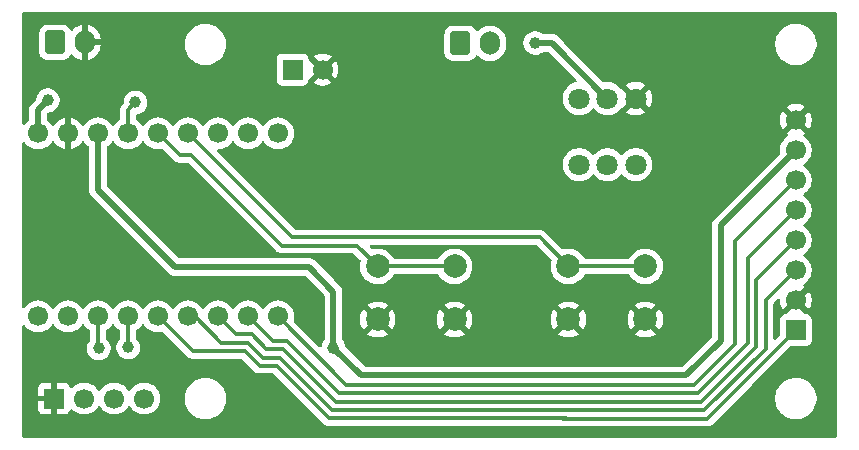
<source format=gbr>
%TF.GenerationSoftware,KiCad,Pcbnew,9.0.6*%
%TF.CreationDate,2026-01-23T02:05:32+03:00*%
%TF.ProjectId,control_panel,636f6e74-726f-46c5-9f70-616e656c2e6b,rev?*%
%TF.SameCoordinates,Original*%
%TF.FileFunction,Copper,L2,Bot*%
%TF.FilePolarity,Positive*%
%FSLAX46Y46*%
G04 Gerber Fmt 4.6, Leading zero omitted, Abs format (unit mm)*
G04 Created by KiCad (PCBNEW 9.0.6) date 2026-01-23 02:05:32*
%MOMM*%
%LPD*%
G01*
G04 APERTURE LIST*
G04 Aperture macros list*
%AMRoundRect*
0 Rectangle with rounded corners*
0 $1 Rounding radius*
0 $2 $3 $4 $5 $6 $7 $8 $9 X,Y pos of 4 corners*
0 Add a 4 corners polygon primitive as box body*
4,1,4,$2,$3,$4,$5,$6,$7,$8,$9,$2,$3,0*
0 Add four circle primitives for the rounded corners*
1,1,$1+$1,$2,$3*
1,1,$1+$1,$4,$5*
1,1,$1+$1,$6,$7*
1,1,$1+$1,$8,$9*
0 Add four rect primitives between the rounded corners*
20,1,$1+$1,$2,$3,$4,$5,0*
20,1,$1+$1,$4,$5,$6,$7,0*
20,1,$1+$1,$6,$7,$8,$9,0*
20,1,$1+$1,$8,$9,$2,$3,0*%
G04 Aperture macros list end*
%TA.AperFunction,ComponentPad*%
%ADD10C,1.700000*%
%TD*%
%TA.AperFunction,ComponentPad*%
%ADD11O,1.700000X2.000000*%
%TD*%
%TA.AperFunction,ComponentPad*%
%ADD12RoundRect,0.250000X-0.600000X-0.750000X0.600000X-0.750000X0.600000X0.750000X-0.600000X0.750000X0*%
%TD*%
%TA.AperFunction,ComponentPad*%
%ADD13C,2.000000*%
%TD*%
%TA.AperFunction,ComponentPad*%
%ADD14C,1.800000*%
%TD*%
%TA.AperFunction,ComponentPad*%
%ADD15R,1.700000X1.700000*%
%TD*%
%TA.AperFunction,ViaPad*%
%ADD16C,1.000000*%
%TD*%
%TA.AperFunction,Conductor*%
%ADD17C,0.500000*%
%TD*%
%TA.AperFunction,Conductor*%
%ADD18C,0.300000*%
%TD*%
G04 APERTURE END LIST*
D10*
%TO.P,ESPMC1,TX,TX*%
%TO.N,unconnected-(ESPMC1-PadTX)*%
X51835000Y-76250000D03*
%TO.P,ESPMC1,RX,RX*%
%TO.N,unconnected-(ESPMC1-PadRX)*%
X54375000Y-76250000D03*
%TO.P,ESPMC1,GND,GND*%
%TO.N,GND*%
X54375000Y-60750000D03*
%TO.P,ESPMC1,13,GP13*%
%TO.N,/BUZZER*%
X59455000Y-60750000D03*
%TO.P,ESPMC1,12,GP12*%
%TO.N,/CNCL_RSET*%
X61995000Y-60750000D03*
%TO.P,ESPMC1,11,GP11*%
%TO.N,/RESERVED*%
X64535000Y-60750000D03*
%TO.P,ESPMC1,10,GP10*%
%TO.N,/WH_DIR2*%
X67075000Y-60750000D03*
%TO.P,ESPMC1,9,GP9*%
%TO.N,/WH_SW*%
X69615000Y-60750000D03*
%TO.P,ESPMC1,8,GP8*%
%TO.N,/WH_DIR1*%
X72155000Y-60750000D03*
%TO.P,ESPMC1,7,GP7*%
%TO.N,/LCD_SCL*%
X72155000Y-76250000D03*
%TO.P,ESPMC1,6,GP6*%
%TO.N,/LCD_SDA*%
X69615000Y-76250000D03*
%TO.P,ESPMC1,5V,5V*%
%TO.N,/+5V*%
X51835000Y-60750000D03*
%TO.P,ESPMC1,5,GP5*%
%TO.N,/LCD_RST*%
X67075000Y-76250000D03*
%TO.P,ESPMC1,4,GP4*%
%TO.N,/LCD_DC*%
X64535000Y-76250000D03*
%TO.P,ESPMC1,3V3,3V3(OUT)*%
%TO.N,/3V3+*%
X56915000Y-60750000D03*
%TO.P,ESPMC1,3,GP3*%
%TO.N,/LCD_BL*%
X61995000Y-76250000D03*
%TO.P,ESPMC1,2,GP2*%
%TO.N,/IN2_LEDS*%
X59455000Y-76250000D03*
%TO.P,ESPMC1,1,GP1*%
%TO.N,/IN1_FAN*%
X56915000Y-76250000D03*
%TD*%
D11*
%TO.P,Inspection_Light1,2,Pin_2*%
%TO.N,/INSP_LIGHT_GND*%
X90100000Y-53125000D03*
D12*
%TO.P,Inspection_Light1,1,Pin_1*%
%TO.N,/+5V*%
X87600000Y-53125000D03*
%TD*%
D13*
%TO.P,SW_RESERVED1,2,2*%
%TO.N,GND*%
X103250000Y-76500000D03*
X96750000Y-76500000D03*
%TO.P,SW_RESERVED1,1,1*%
%TO.N,/RESERVED*%
X103250000Y-72000000D03*
X96750000Y-72000000D03*
%TD*%
D14*
%TO.P,SW_Inspection_Light1,1,A*%
%TO.N,unconnected-(SW_Inspection_Light1-A-Pad1)*%
X97650000Y-63400000D03*
%TO.P,SW_Inspection_Light1,2,B*%
%TO.N,unconnected-(SW_Inspection_Light1-B-Pad2)*%
X100050000Y-63400000D03*
%TO.P,SW_Inspection_Light1,3,C*%
%TO.N,unconnected-(SW_Inspection_Light1-C-Pad3)*%
X102450000Y-63400000D03*
%TO.P,SW_Inspection_Light1,4,A*%
%TO.N,GND*%
X102450000Y-57800000D03*
%TO.P,SW_Inspection_Light1,5,B*%
%TO.N,/INSP_LIGHT_GND*%
X100050000Y-57800000D03*
%TO.P,SW_Inspection_Light1,6,C*%
%TO.N,unconnected-(SW_Inspection_Light1-C-Pad6)*%
X97650000Y-57800000D03*
%TD*%
D15*
%TO.P,Relay_2CH1,1,Pin_1*%
%TO.N,GND*%
X53205000Y-83200000D03*
D10*
%TO.P,Relay_2CH1,2,Pin_2*%
%TO.N,/IN1_FAN*%
X55745000Y-83200000D03*
%TO.P,Relay_2CH1,3,Pin_3*%
%TO.N,/IN2_LEDS*%
X58285000Y-83200000D03*
%TO.P,Relay_2CH1,4,Pin_4*%
%TO.N,/3V3+*%
X60825000Y-83200000D03*
%TD*%
D13*
%TO.P,SW_Cancel_Reset1,1,1*%
%TO.N,/CNCL_RSET*%
X80600000Y-72000000D03*
X87100000Y-72000000D03*
%TO.P,SW_Cancel_Reset1,2,2*%
%TO.N,GND*%
X80600000Y-76500000D03*
X87100000Y-76500000D03*
%TD*%
D12*
%TO.P,5VGND1,1,Pin_1*%
%TO.N,/+5V*%
X53300000Y-53050000D03*
D11*
%TO.P,5VGND1,2,Pin_2*%
%TO.N,GND*%
X55800000Y-53050000D03*
%TD*%
D15*
%TO.P,ST7789_Socket1,1,Pin_1*%
%TO.N,/LCD_BL*%
X116000000Y-77400000D03*
D10*
%TO.P,ST7789_Socket1,2,Pin_2*%
%TO.N,GND*%
X116000000Y-74860000D03*
%TO.P,ST7789_Socket1,3,Pin_3*%
%TO.N,/LCD_DC*%
X116000000Y-72320000D03*
%TO.P,ST7789_Socket1,4,Pin_4*%
%TO.N,/LCD_RST*%
X116000000Y-69780000D03*
%TO.P,ST7789_Socket1,5,Pin_5*%
%TO.N,/LCD_SDA*%
X116000000Y-67240000D03*
%TO.P,ST7789_Socket1,6,Pin_6*%
%TO.N,/LCD_SCL*%
X116000000Y-64700000D03*
%TO.P,ST7789_Socket1,7,Pin_7*%
%TO.N,/3V3+*%
X116000000Y-62160000D03*
%TO.P,ST7789_Socket1,8,Pin_8*%
%TO.N,GND*%
X116000000Y-59620000D03*
%TD*%
D15*
%TO.P,Buzzer_Conn_01x02_1,1,+*%
%TO.N,/BUZZER*%
X73385000Y-55350000D03*
D10*
%TO.P,Buzzer_Conn_01x02_1,2,-*%
%TO.N,GND*%
X75925000Y-55350000D03*
%TD*%
D16*
%TO.N,/INSP_LIGHT_GND*%
X93925000Y-53100000D03*
%TO.N,/BUZZER*%
X60075000Y-58125000D03*
%TO.N,/3V3+*%
X76850000Y-78900000D03*
%TO.N,GND*%
X55075000Y-57900000D03*
%TO.N,/+5V*%
X52675000Y-57950000D03*
%TO.N,/IN2_LEDS*%
X59475000Y-78875000D03*
%TO.N,/IN1_FAN*%
X56975000Y-78950000D03*
%TD*%
D17*
%TO.N,GND*%
X54375000Y-60750000D02*
X54375000Y-58600000D01*
X54375000Y-58600000D02*
X55075000Y-57900000D01*
%TO.N,/INSP_LIGHT_GND*%
X95350000Y-53100000D02*
X93925000Y-53100000D01*
X95350000Y-53100000D02*
X100050000Y-57800000D01*
D18*
%TO.N,/RESERVED*%
X96750000Y-72000000D02*
X103250000Y-72000000D01*
%TO.N,/CNCL_RSET*%
X80600000Y-72000000D02*
X87100000Y-72000000D01*
X61995000Y-60750000D02*
X63820000Y-62575000D01*
X63820000Y-62575000D02*
X64825000Y-62575000D01*
X64825000Y-62575000D02*
X72501000Y-70251000D01*
X72501000Y-70251000D02*
X78851000Y-70251000D01*
X78851000Y-70251000D02*
X80600000Y-72000000D01*
%TO.N,/RESERVED*%
X94300000Y-69550000D02*
X96750000Y-72000000D01*
%TO.N,/LCD_BL*%
X70595272Y-80428000D02*
X72028908Y-80428000D01*
X61995000Y-76250000D02*
X64922000Y-79177000D01*
X64922000Y-79177000D02*
X69344272Y-79177000D01*
X69344272Y-79177000D02*
X70595272Y-80428000D01*
X72028908Y-80428000D02*
X76475908Y-84875000D01*
%TO.N,/LCD_DC*%
X65093686Y-76250000D02*
X67319686Y-78476000D01*
X67319686Y-78476000D02*
X69634636Y-78476000D01*
X69634636Y-78476000D02*
X70885636Y-79727000D01*
X64535000Y-76250000D02*
X65093686Y-76250000D01*
X70885636Y-79727000D02*
X72319272Y-79727000D01*
X76766272Y-84174000D02*
X108234636Y-84174000D01*
X72319272Y-79727000D02*
X76766272Y-84174000D01*
X108234636Y-84174000D02*
X113441818Y-78966818D01*
X113441818Y-78966818D02*
X113441818Y-74878182D01*
X113441818Y-74878182D02*
X116000000Y-72320000D01*
%TO.N,/LCD_RST*%
X77056636Y-83473000D02*
X107944272Y-83473000D01*
X67075000Y-76250000D02*
X68600000Y-77775000D01*
X68600000Y-77775000D02*
X69925000Y-77775000D01*
X69925000Y-77775000D02*
X71176000Y-79026000D01*
X71176000Y-79026000D02*
X72609636Y-79026000D01*
X72609636Y-79026000D02*
X77056636Y-83473000D01*
%TO.N,/LCD_SDA*%
X71690000Y-78325000D02*
X72900000Y-78325000D01*
X69615000Y-76250000D02*
X71690000Y-78325000D01*
X72900000Y-78325000D02*
X77325000Y-82750000D01*
%TO.N,/LCD_BL*%
X76475908Y-84875000D02*
X96575000Y-84875000D01*
X96575000Y-84875000D02*
X96600000Y-84900000D01*
%TO.N,/RESERVED*%
X64535000Y-60750000D02*
X73335000Y-69550000D01*
X73335000Y-69550000D02*
X94300000Y-69550000D01*
%TO.N,/BUZZER*%
X59455000Y-58745000D02*
X60075000Y-58125000D01*
X59455000Y-60750000D02*
X59455000Y-58745000D01*
D17*
%TO.N,/3V3+*%
X106727000Y-81248000D02*
X79198000Y-81248000D01*
X109625000Y-78350000D02*
X106727000Y-81248000D01*
X79198000Y-81248000D02*
X76850000Y-78900000D01*
X116000000Y-62160000D02*
X109625000Y-68535000D01*
X109625000Y-68535000D02*
X109625000Y-78350000D01*
X76850000Y-74150000D02*
X76850000Y-78900000D01*
X63475000Y-72075000D02*
X74775000Y-72075000D01*
X74775000Y-72075000D02*
X76850000Y-74150000D01*
X56915000Y-65515000D02*
X63475000Y-72075000D01*
X56915000Y-60750000D02*
X56915000Y-65515000D01*
D18*
%TO.N,/RESERVED*%
X64535000Y-60750000D02*
X64535000Y-60883664D01*
%TO.N,/LCD_SCL*%
X72155000Y-76250000D02*
X77954000Y-82049000D01*
X77954000Y-82049000D02*
X107385544Y-82049000D01*
X107385544Y-82049000D02*
X110817272Y-78617272D01*
X110817272Y-78617272D02*
X110817272Y-69882728D01*
X110817272Y-69882728D02*
X116000000Y-64700000D01*
%TO.N,/LCD_SDA*%
X77325000Y-82750000D02*
X107675908Y-82750000D01*
X107675908Y-82750000D02*
X111907636Y-78518272D01*
X111907636Y-78518272D02*
X111907636Y-71332364D01*
X111907636Y-71332364D02*
X116000000Y-67240000D01*
%TO.N,/LCD_RST*%
X112608636Y-73171364D02*
X116000000Y-69780000D01*
X107944272Y-83473000D02*
X112608636Y-78808636D01*
X112608636Y-78808636D02*
X112608636Y-73171364D01*
%TO.N,/LCD_BL*%
X96305000Y-84900000D02*
X96600000Y-84900000D01*
X96600000Y-84900000D02*
X108500000Y-84900000D01*
X108500000Y-84900000D02*
X116000000Y-77400000D01*
D17*
%TO.N,/+5V*%
X51835000Y-58790000D02*
X52675000Y-57950000D01*
X51835000Y-60750000D02*
X51835000Y-58790000D01*
D18*
%TO.N,/IN2_LEDS*%
X59455000Y-78855000D02*
X59475000Y-78875000D01*
X59455000Y-76250000D02*
X59455000Y-78855000D01*
%TO.N,/IN1_FAN*%
X56915000Y-78890000D02*
X56975000Y-78950000D01*
X56915000Y-76250000D02*
X56915000Y-78890000D01*
%TD*%
%TA.AperFunction,Conductor*%
%TO.N,GND*%
G36*
X119442539Y-50520185D02*
G01*
X119488294Y-50572989D01*
X119499500Y-50624500D01*
X119499500Y-86375500D01*
X119479815Y-86442539D01*
X119427011Y-86488294D01*
X119375500Y-86499500D01*
X50624500Y-86499500D01*
X50557461Y-86479815D01*
X50511706Y-86427011D01*
X50500500Y-86375500D01*
X50500500Y-82302155D01*
X51855000Y-82302155D01*
X51855000Y-82950000D01*
X52771988Y-82950000D01*
X52739075Y-83007007D01*
X52705000Y-83134174D01*
X52705000Y-83265826D01*
X52739075Y-83392993D01*
X52771988Y-83450000D01*
X51855000Y-83450000D01*
X51855000Y-84097844D01*
X51861401Y-84157372D01*
X51861403Y-84157379D01*
X51911645Y-84292086D01*
X51911649Y-84292093D01*
X51997809Y-84407187D01*
X51997812Y-84407190D01*
X52112906Y-84493350D01*
X52112913Y-84493354D01*
X52247620Y-84543596D01*
X52247627Y-84543598D01*
X52307155Y-84549999D01*
X52307172Y-84550000D01*
X52955000Y-84550000D01*
X52955000Y-83633012D01*
X53012007Y-83665925D01*
X53139174Y-83700000D01*
X53270826Y-83700000D01*
X53397993Y-83665925D01*
X53455000Y-83633012D01*
X53455000Y-84550000D01*
X54102828Y-84550000D01*
X54102844Y-84549999D01*
X54162372Y-84543598D01*
X54162379Y-84543596D01*
X54297086Y-84493354D01*
X54297093Y-84493350D01*
X54412187Y-84407190D01*
X54412190Y-84407187D01*
X54498350Y-84292093D01*
X54498354Y-84292086D01*
X54547422Y-84160529D01*
X54589293Y-84104595D01*
X54654757Y-84080178D01*
X54723030Y-84095030D01*
X54751285Y-84116181D01*
X54865213Y-84230109D01*
X55037179Y-84355048D01*
X55037181Y-84355049D01*
X55037184Y-84355051D01*
X55226588Y-84451557D01*
X55428757Y-84517246D01*
X55638713Y-84550500D01*
X55638714Y-84550500D01*
X55851286Y-84550500D01*
X55851287Y-84550500D01*
X56061243Y-84517246D01*
X56263412Y-84451557D01*
X56452816Y-84355051D01*
X56539471Y-84292093D01*
X56624786Y-84230109D01*
X56624788Y-84230106D01*
X56624792Y-84230104D01*
X56775104Y-84079792D01*
X56775106Y-84079788D01*
X56775109Y-84079786D01*
X56900048Y-83907820D01*
X56900047Y-83907820D01*
X56900051Y-83907816D01*
X56904514Y-83899054D01*
X56952488Y-83848259D01*
X57020308Y-83831463D01*
X57086444Y-83853999D01*
X57125486Y-83899056D01*
X57129951Y-83907820D01*
X57254890Y-84079786D01*
X57405213Y-84230109D01*
X57577179Y-84355048D01*
X57577181Y-84355049D01*
X57577184Y-84355051D01*
X57766588Y-84451557D01*
X57968757Y-84517246D01*
X58178713Y-84550500D01*
X58178714Y-84550500D01*
X58391286Y-84550500D01*
X58391287Y-84550500D01*
X58601243Y-84517246D01*
X58803412Y-84451557D01*
X58992816Y-84355051D01*
X59079471Y-84292093D01*
X59164786Y-84230109D01*
X59164788Y-84230106D01*
X59164792Y-84230104D01*
X59315104Y-84079792D01*
X59315106Y-84079788D01*
X59315109Y-84079786D01*
X59440048Y-83907820D01*
X59440047Y-83907820D01*
X59440051Y-83907816D01*
X59444514Y-83899054D01*
X59492488Y-83848259D01*
X59560308Y-83831463D01*
X59626444Y-83853999D01*
X59665486Y-83899056D01*
X59669951Y-83907820D01*
X59794890Y-84079786D01*
X59945213Y-84230109D01*
X60117179Y-84355048D01*
X60117181Y-84355049D01*
X60117184Y-84355051D01*
X60306588Y-84451557D01*
X60508757Y-84517246D01*
X60718713Y-84550500D01*
X60718714Y-84550500D01*
X60931286Y-84550500D01*
X60931287Y-84550500D01*
X61141243Y-84517246D01*
X61343412Y-84451557D01*
X61532816Y-84355051D01*
X61619471Y-84292093D01*
X61704786Y-84230109D01*
X61704788Y-84230106D01*
X61704792Y-84230104D01*
X61855104Y-84079792D01*
X61855106Y-84079788D01*
X61855109Y-84079786D01*
X61980048Y-83907820D01*
X61980047Y-83907820D01*
X61980051Y-83907816D01*
X62076557Y-83718412D01*
X62142246Y-83516243D01*
X62175500Y-83306287D01*
X62175500Y-83093713D01*
X62174161Y-83085258D01*
X64249500Y-83085258D01*
X64249500Y-83314741D01*
X64259803Y-83392993D01*
X64279452Y-83542238D01*
X64321724Y-83700000D01*
X64338842Y-83763887D01*
X64426650Y-83975876D01*
X64426657Y-83975890D01*
X64541392Y-84174617D01*
X64681081Y-84356661D01*
X64681089Y-84356670D01*
X64843330Y-84518911D01*
X64843338Y-84518918D01*
X64843339Y-84518919D01*
X64875501Y-84543598D01*
X65025382Y-84658607D01*
X65025385Y-84658608D01*
X65025388Y-84658611D01*
X65224112Y-84773344D01*
X65224117Y-84773346D01*
X65224123Y-84773349D01*
X65315480Y-84811190D01*
X65436113Y-84861158D01*
X65657762Y-84920548D01*
X65885266Y-84950500D01*
X65885273Y-84950500D01*
X66114727Y-84950500D01*
X66114734Y-84950500D01*
X66342238Y-84920548D01*
X66563887Y-84861158D01*
X66775888Y-84773344D01*
X66974612Y-84658611D01*
X67156661Y-84518919D01*
X67156665Y-84518914D01*
X67156670Y-84518911D01*
X67318911Y-84356670D01*
X67318914Y-84356665D01*
X67318919Y-84356661D01*
X67458611Y-84174612D01*
X67573344Y-83975888D01*
X67661158Y-83763887D01*
X67720548Y-83542238D01*
X67750500Y-83314734D01*
X67750500Y-83085266D01*
X67720548Y-82857762D01*
X67661158Y-82636113D01*
X67605170Y-82500946D01*
X67573349Y-82424123D01*
X67573346Y-82424117D01*
X67573344Y-82424112D01*
X67458611Y-82225388D01*
X67458608Y-82225385D01*
X67458607Y-82225382D01*
X67318918Y-82043338D01*
X67318911Y-82043330D01*
X67156670Y-81881089D01*
X67156661Y-81881081D01*
X66974617Y-81741392D01*
X66775890Y-81626657D01*
X66775876Y-81626650D01*
X66563887Y-81538842D01*
X66342238Y-81479452D01*
X66304215Y-81474446D01*
X66114741Y-81449500D01*
X66114734Y-81449500D01*
X65885266Y-81449500D01*
X65885258Y-81449500D01*
X65668715Y-81478009D01*
X65657762Y-81479452D01*
X65564076Y-81504554D01*
X65436112Y-81538842D01*
X65224123Y-81626650D01*
X65224109Y-81626657D01*
X65025382Y-81741392D01*
X64843338Y-81881081D01*
X64681081Y-82043338D01*
X64541392Y-82225382D01*
X64426657Y-82424109D01*
X64426650Y-82424123D01*
X64338842Y-82636112D01*
X64279453Y-82857759D01*
X64279451Y-82857770D01*
X64249500Y-83085258D01*
X62174161Y-83085258D01*
X62142246Y-82883757D01*
X62076557Y-82681588D01*
X61980051Y-82492184D01*
X61980049Y-82492181D01*
X61980048Y-82492179D01*
X61855109Y-82320213D01*
X61704786Y-82169890D01*
X61532820Y-82044951D01*
X61343414Y-81948444D01*
X61343413Y-81948443D01*
X61343412Y-81948443D01*
X61141243Y-81882754D01*
X61141241Y-81882753D01*
X61141240Y-81882753D01*
X60979957Y-81857208D01*
X60931287Y-81849500D01*
X60718713Y-81849500D01*
X60670042Y-81857208D01*
X60508760Y-81882753D01*
X60306585Y-81948444D01*
X60117179Y-82044951D01*
X59945213Y-82169890D01*
X59794890Y-82320213D01*
X59669949Y-82492182D01*
X59665484Y-82500946D01*
X59617509Y-82551742D01*
X59549688Y-82568536D01*
X59483553Y-82545998D01*
X59444516Y-82500946D01*
X59440050Y-82492182D01*
X59315109Y-82320213D01*
X59164786Y-82169890D01*
X58992820Y-82044951D01*
X58803414Y-81948444D01*
X58803413Y-81948443D01*
X58803412Y-81948443D01*
X58601243Y-81882754D01*
X58601241Y-81882753D01*
X58601240Y-81882753D01*
X58439957Y-81857208D01*
X58391287Y-81849500D01*
X58178713Y-81849500D01*
X58130042Y-81857208D01*
X57968760Y-81882753D01*
X57766585Y-81948444D01*
X57577179Y-82044951D01*
X57405213Y-82169890D01*
X57254890Y-82320213D01*
X57129949Y-82492182D01*
X57125484Y-82500946D01*
X57077509Y-82551742D01*
X57009688Y-82568536D01*
X56943553Y-82545998D01*
X56904516Y-82500946D01*
X56900050Y-82492182D01*
X56775109Y-82320213D01*
X56624786Y-82169890D01*
X56452820Y-82044951D01*
X56263414Y-81948444D01*
X56263413Y-81948443D01*
X56263412Y-81948443D01*
X56061243Y-81882754D01*
X56061241Y-81882753D01*
X56061240Y-81882753D01*
X55899957Y-81857208D01*
X55851287Y-81849500D01*
X55638713Y-81849500D01*
X55590042Y-81857208D01*
X55428760Y-81882753D01*
X55226585Y-81948444D01*
X55037179Y-82044951D01*
X54865215Y-82169889D01*
X54751285Y-82283819D01*
X54689962Y-82317303D01*
X54620270Y-82312319D01*
X54564337Y-82270447D01*
X54547422Y-82239470D01*
X54498354Y-82107913D01*
X54498350Y-82107906D01*
X54412190Y-81992812D01*
X54412187Y-81992809D01*
X54297093Y-81906649D01*
X54297086Y-81906645D01*
X54162379Y-81856403D01*
X54162372Y-81856401D01*
X54102844Y-81850000D01*
X53455000Y-81850000D01*
X53455000Y-82766988D01*
X53397993Y-82734075D01*
X53270826Y-82700000D01*
X53139174Y-82700000D01*
X53012007Y-82734075D01*
X52955000Y-82766988D01*
X52955000Y-81850000D01*
X52307155Y-81850000D01*
X52247627Y-81856401D01*
X52247620Y-81856403D01*
X52112913Y-81906645D01*
X52112906Y-81906649D01*
X51997812Y-81992809D01*
X51997809Y-81992812D01*
X51911649Y-82107906D01*
X51911645Y-82107913D01*
X51861403Y-82242620D01*
X51861401Y-82242627D01*
X51855000Y-82302155D01*
X50500500Y-82302155D01*
X50500500Y-77092459D01*
X50520185Y-77025420D01*
X50572989Y-76979665D01*
X50642147Y-76969721D01*
X50705703Y-76998746D01*
X50724816Y-77019571D01*
X50729066Y-77025420D01*
X50804896Y-77129792D01*
X50955213Y-77280109D01*
X51127179Y-77405048D01*
X51127181Y-77405049D01*
X51127184Y-77405051D01*
X51316588Y-77501557D01*
X51518757Y-77567246D01*
X51728713Y-77600500D01*
X51728714Y-77600500D01*
X51941286Y-77600500D01*
X51941287Y-77600500D01*
X52151243Y-77567246D01*
X52353412Y-77501557D01*
X52542816Y-77405051D01*
X52592293Y-77369104D01*
X52714786Y-77280109D01*
X52714788Y-77280106D01*
X52714792Y-77280104D01*
X52865104Y-77129792D01*
X52865106Y-77129788D01*
X52865109Y-77129786D01*
X52990048Y-76957820D01*
X52990047Y-76957820D01*
X52990051Y-76957816D01*
X52994514Y-76949054D01*
X53042488Y-76898259D01*
X53110308Y-76881463D01*
X53176444Y-76903999D01*
X53215486Y-76949056D01*
X53219951Y-76957820D01*
X53344890Y-77129786D01*
X53495213Y-77280109D01*
X53667179Y-77405048D01*
X53667181Y-77405049D01*
X53667184Y-77405051D01*
X53856588Y-77501557D01*
X54058757Y-77567246D01*
X54268713Y-77600500D01*
X54268714Y-77600500D01*
X54481286Y-77600500D01*
X54481287Y-77600500D01*
X54691243Y-77567246D01*
X54893412Y-77501557D01*
X55082816Y-77405051D01*
X55132293Y-77369104D01*
X55254786Y-77280109D01*
X55254788Y-77280106D01*
X55254792Y-77280104D01*
X55405104Y-77129792D01*
X55405106Y-77129788D01*
X55405109Y-77129786D01*
X55530048Y-76957820D01*
X55530047Y-76957820D01*
X55530051Y-76957816D01*
X55534514Y-76949054D01*
X55582488Y-76898259D01*
X55650308Y-76881463D01*
X55716444Y-76903999D01*
X55755486Y-76949056D01*
X55759951Y-76957820D01*
X55884890Y-77129786D01*
X55884896Y-77129792D01*
X56035208Y-77280104D01*
X56207184Y-77405051D01*
X56207188Y-77405053D01*
X56211126Y-77407914D01*
X56210146Y-77409262D01*
X56252160Y-77455690D01*
X56264500Y-77509617D01*
X56264500Y-78194216D01*
X56244815Y-78261255D01*
X56228181Y-78281897D01*
X56197863Y-78312214D01*
X56197860Y-78312218D01*
X56088371Y-78476079D01*
X56088364Y-78476092D01*
X56012950Y-78658160D01*
X56012947Y-78658170D01*
X55974500Y-78851456D01*
X55974500Y-78851459D01*
X55974500Y-79048541D01*
X55974500Y-79048543D01*
X55974499Y-79048543D01*
X56012947Y-79241829D01*
X56012950Y-79241839D01*
X56088364Y-79423907D01*
X56088371Y-79423920D01*
X56197860Y-79587781D01*
X56197863Y-79587785D01*
X56337214Y-79727136D01*
X56337218Y-79727139D01*
X56501079Y-79836628D01*
X56501092Y-79836635D01*
X56594922Y-79875500D01*
X56683165Y-79912051D01*
X56683169Y-79912051D01*
X56683170Y-79912052D01*
X56876456Y-79950500D01*
X56876459Y-79950500D01*
X57073543Y-79950500D01*
X57203582Y-79924632D01*
X57266835Y-79912051D01*
X57447900Y-79837052D01*
X57448907Y-79836635D01*
X57448907Y-79836634D01*
X57448914Y-79836632D01*
X57612782Y-79727139D01*
X57752139Y-79587782D01*
X57861632Y-79423914D01*
X57937051Y-79241835D01*
X57975500Y-79048541D01*
X57975500Y-78851459D01*
X57975500Y-78851456D01*
X57937052Y-78658170D01*
X57937051Y-78658169D01*
X57937051Y-78658165D01*
X57916343Y-78608170D01*
X57861635Y-78476092D01*
X57861628Y-78476079D01*
X57752139Y-78312218D01*
X57752136Y-78312214D01*
X57612782Y-78172860D01*
X57610830Y-78171258D01*
X57610082Y-78170160D01*
X57608475Y-78168553D01*
X57608779Y-78168248D01*
X57571499Y-78113511D01*
X57565500Y-78075409D01*
X57565500Y-77509617D01*
X57585185Y-77442578D01*
X57619592Y-77408902D01*
X57618874Y-77407914D01*
X57622811Y-77405053D01*
X57622816Y-77405051D01*
X57794792Y-77280104D01*
X57945104Y-77129792D01*
X57945106Y-77129788D01*
X57945109Y-77129786D01*
X58070048Y-76957820D01*
X58070047Y-76957820D01*
X58070051Y-76957816D01*
X58074514Y-76949054D01*
X58122488Y-76898259D01*
X58190308Y-76881463D01*
X58256444Y-76903999D01*
X58295486Y-76949056D01*
X58299951Y-76957820D01*
X58424890Y-77129786D01*
X58424896Y-77129792D01*
X58575208Y-77280104D01*
X58747184Y-77405051D01*
X58747188Y-77405053D01*
X58751126Y-77407914D01*
X58750146Y-77409262D01*
X58792160Y-77455690D01*
X58804500Y-77509617D01*
X58804500Y-78079216D01*
X58784815Y-78146255D01*
X58768181Y-78166897D01*
X58697863Y-78237214D01*
X58697860Y-78237218D01*
X58588371Y-78401079D01*
X58588364Y-78401092D01*
X58512950Y-78583160D01*
X58512947Y-78583170D01*
X58474500Y-78776456D01*
X58474500Y-78776459D01*
X58474500Y-78973541D01*
X58474500Y-78973543D01*
X58474499Y-78973543D01*
X58512947Y-79166829D01*
X58512950Y-79166839D01*
X58588364Y-79348907D01*
X58588371Y-79348920D01*
X58697860Y-79512781D01*
X58697863Y-79512785D01*
X58837214Y-79652136D01*
X58837218Y-79652139D01*
X59001079Y-79761628D01*
X59001092Y-79761635D01*
X59182144Y-79836628D01*
X59183165Y-79837051D01*
X59183169Y-79837051D01*
X59183170Y-79837052D01*
X59376456Y-79875500D01*
X59376459Y-79875500D01*
X59573543Y-79875500D01*
X59703582Y-79849632D01*
X59766835Y-79837051D01*
X59948914Y-79761632D01*
X60112782Y-79652139D01*
X60252139Y-79512782D01*
X60361632Y-79348914D01*
X60437051Y-79166835D01*
X60460581Y-79048543D01*
X60475500Y-78973543D01*
X60475500Y-78776456D01*
X60437052Y-78583170D01*
X60437051Y-78583169D01*
X60437051Y-78583165D01*
X60403335Y-78501767D01*
X60361635Y-78401092D01*
X60361628Y-78401079D01*
X60252139Y-78237218D01*
X60252136Y-78237214D01*
X60141819Y-78126897D01*
X60108334Y-78065574D01*
X60105500Y-78039216D01*
X60105500Y-77509617D01*
X60125185Y-77442578D01*
X60159592Y-77408902D01*
X60158874Y-77407914D01*
X60162811Y-77405053D01*
X60162816Y-77405051D01*
X60334792Y-77280104D01*
X60485104Y-77129792D01*
X60485106Y-77129788D01*
X60485109Y-77129786D01*
X60610048Y-76957820D01*
X60610047Y-76957820D01*
X60610051Y-76957816D01*
X60614514Y-76949054D01*
X60662488Y-76898259D01*
X60730308Y-76881463D01*
X60796444Y-76903999D01*
X60835486Y-76949056D01*
X60839951Y-76957820D01*
X60964890Y-77129786D01*
X61115213Y-77280109D01*
X61287179Y-77405048D01*
X61287181Y-77405049D01*
X61287184Y-77405051D01*
X61476588Y-77501557D01*
X61678757Y-77567246D01*
X61888713Y-77600500D01*
X61888714Y-77600500D01*
X62101286Y-77600500D01*
X62101287Y-77600500D01*
X62259136Y-77575499D01*
X62316055Y-77566484D01*
X62316315Y-77568128D01*
X62378852Y-77571250D01*
X62425711Y-77600657D01*
X64507325Y-79682272D01*
X64507326Y-79682273D01*
X64507329Y-79682275D01*
X64507331Y-79682277D01*
X64613873Y-79753465D01*
X64732256Y-79802501D01*
X64732260Y-79802501D01*
X64732261Y-79802502D01*
X64857928Y-79827500D01*
X64857931Y-79827500D01*
X69023464Y-79827500D01*
X69090503Y-79847185D01*
X69111145Y-79863819D01*
X70089996Y-80842669D01*
X70180603Y-80933276D01*
X70180604Y-80933277D01*
X70287138Y-81004461D01*
X70287144Y-81004464D01*
X70287145Y-81004465D01*
X70405528Y-81053501D01*
X70405532Y-81053501D01*
X70405533Y-81053502D01*
X70531200Y-81078500D01*
X70531203Y-81078500D01*
X71708100Y-81078500D01*
X71775139Y-81098185D01*
X71795781Y-81114819D01*
X76061233Y-85380272D01*
X76061234Y-85380273D01*
X76061237Y-85380275D01*
X76061239Y-85380277D01*
X76167781Y-85451465D01*
X76286164Y-85500501D01*
X76286168Y-85500501D01*
X76286169Y-85500502D01*
X76411836Y-85525500D01*
X76411839Y-85525500D01*
X96103038Y-85525500D01*
X96127230Y-85527883D01*
X96240928Y-85550500D01*
X96240931Y-85550500D01*
X108564071Y-85550500D01*
X108677769Y-85527883D01*
X108689744Y-85525501D01*
X108808127Y-85476465D01*
X108914669Y-85405277D01*
X111234688Y-83085258D01*
X114249500Y-83085258D01*
X114249500Y-83314741D01*
X114259803Y-83392993D01*
X114279452Y-83542238D01*
X114321724Y-83700000D01*
X114338842Y-83763887D01*
X114426650Y-83975876D01*
X114426657Y-83975890D01*
X114541392Y-84174617D01*
X114681081Y-84356661D01*
X114681089Y-84356670D01*
X114843330Y-84518911D01*
X114843338Y-84518918D01*
X114843339Y-84518919D01*
X114875501Y-84543598D01*
X115025382Y-84658607D01*
X115025385Y-84658608D01*
X115025388Y-84658611D01*
X115224112Y-84773344D01*
X115224117Y-84773346D01*
X115224123Y-84773349D01*
X115315480Y-84811190D01*
X115436113Y-84861158D01*
X115657762Y-84920548D01*
X115885266Y-84950500D01*
X115885273Y-84950500D01*
X116114727Y-84950500D01*
X116114734Y-84950500D01*
X116342238Y-84920548D01*
X116563887Y-84861158D01*
X116775888Y-84773344D01*
X116974612Y-84658611D01*
X117156661Y-84518919D01*
X117156665Y-84518914D01*
X117156670Y-84518911D01*
X117318911Y-84356670D01*
X117318914Y-84356665D01*
X117318919Y-84356661D01*
X117458611Y-84174612D01*
X117573344Y-83975888D01*
X117661158Y-83763887D01*
X117720548Y-83542238D01*
X117750500Y-83314734D01*
X117750500Y-83085266D01*
X117720548Y-82857762D01*
X117661158Y-82636113D01*
X117605170Y-82500946D01*
X117573349Y-82424123D01*
X117573346Y-82424117D01*
X117573344Y-82424112D01*
X117458611Y-82225388D01*
X117458608Y-82225385D01*
X117458607Y-82225382D01*
X117318918Y-82043338D01*
X117318911Y-82043330D01*
X117156670Y-81881089D01*
X117156661Y-81881081D01*
X116974617Y-81741392D01*
X116775890Y-81626657D01*
X116775876Y-81626650D01*
X116563887Y-81538842D01*
X116342238Y-81479452D01*
X116304215Y-81474446D01*
X116114741Y-81449500D01*
X116114734Y-81449500D01*
X115885266Y-81449500D01*
X115885258Y-81449500D01*
X115668715Y-81478009D01*
X115657762Y-81479452D01*
X115564076Y-81504554D01*
X115436112Y-81538842D01*
X115224123Y-81626650D01*
X115224109Y-81626657D01*
X115025382Y-81741392D01*
X114843338Y-81881081D01*
X114681081Y-82043338D01*
X114541392Y-82225382D01*
X114426657Y-82424109D01*
X114426650Y-82424123D01*
X114338842Y-82636112D01*
X114279453Y-82857759D01*
X114279451Y-82857770D01*
X114249500Y-83085258D01*
X111234688Y-83085258D01*
X112274995Y-82044951D01*
X115533127Y-78786818D01*
X115594450Y-78753333D01*
X115620808Y-78750499D01*
X116897871Y-78750499D01*
X116897872Y-78750499D01*
X116957483Y-78744091D01*
X117092331Y-78693796D01*
X117207546Y-78607546D01*
X117293796Y-78492331D01*
X117344091Y-78357483D01*
X117350500Y-78297873D01*
X117350499Y-76502128D01*
X117344091Y-76442517D01*
X117311929Y-76356287D01*
X117293797Y-76307671D01*
X117293793Y-76307664D01*
X117207547Y-76192455D01*
X117207544Y-76192452D01*
X117092335Y-76106206D01*
X117092328Y-76106202D01*
X116957482Y-76055908D01*
X116957483Y-76055908D01*
X116897883Y-76049501D01*
X116897881Y-76049500D01*
X116897873Y-76049500D01*
X116897865Y-76049500D01*
X116887309Y-76049500D01*
X116820270Y-76029815D01*
X116799628Y-76013181D01*
X116129408Y-75342962D01*
X116192993Y-75325925D01*
X116307007Y-75260099D01*
X116400099Y-75167007D01*
X116465925Y-75052993D01*
X116482962Y-74989408D01*
X117115270Y-75621717D01*
X117115270Y-75621716D01*
X117154622Y-75567554D01*
X117251095Y-75378217D01*
X117316757Y-75176130D01*
X117316757Y-75176127D01*
X117350000Y-74966246D01*
X117350000Y-74753753D01*
X117316757Y-74543872D01*
X117316757Y-74543869D01*
X117251095Y-74341782D01*
X117154624Y-74152449D01*
X117115270Y-74098282D01*
X117115269Y-74098282D01*
X116482962Y-74730590D01*
X116465925Y-74667007D01*
X116400099Y-74552993D01*
X116307007Y-74459901D01*
X116192993Y-74394075D01*
X116129408Y-74377037D01*
X116761716Y-73744728D01*
X116707547Y-73705373D01*
X116707547Y-73705372D01*
X116698500Y-73700763D01*
X116647706Y-73652788D01*
X116630912Y-73584966D01*
X116653451Y-73518832D01*
X116698508Y-73479793D01*
X116707816Y-73475051D01*
X116824098Y-73390568D01*
X116879786Y-73350109D01*
X116879788Y-73350106D01*
X116879792Y-73350104D01*
X117030104Y-73199792D01*
X117030106Y-73199788D01*
X117030109Y-73199786D01*
X117155048Y-73027820D01*
X117155047Y-73027820D01*
X117155051Y-73027816D01*
X117251557Y-72838412D01*
X117317246Y-72636243D01*
X117350500Y-72426287D01*
X117350500Y-72213713D01*
X117317246Y-72003757D01*
X117251557Y-71801588D01*
X117155051Y-71612184D01*
X117155049Y-71612181D01*
X117155048Y-71612179D01*
X117030109Y-71440213D01*
X116879786Y-71289890D01*
X116707820Y-71164951D01*
X116707115Y-71164591D01*
X116699054Y-71160485D01*
X116648259Y-71112512D01*
X116631463Y-71044692D01*
X116653999Y-70978556D01*
X116699054Y-70939515D01*
X116707816Y-70935051D01*
X116753995Y-70901500D01*
X116879786Y-70810109D01*
X116879792Y-70810104D01*
X116933625Y-70756271D01*
X117030104Y-70659792D01*
X117030106Y-70659788D01*
X117030109Y-70659786D01*
X117155048Y-70487820D01*
X117155047Y-70487820D01*
X117155051Y-70487816D01*
X117251557Y-70298412D01*
X117317246Y-70096243D01*
X117350500Y-69886287D01*
X117350500Y-69673713D01*
X117317246Y-69463757D01*
X117251557Y-69261588D01*
X117155051Y-69072184D01*
X117155049Y-69072181D01*
X117155048Y-69072179D01*
X117030109Y-68900213D01*
X116879786Y-68749890D01*
X116707820Y-68624951D01*
X116707115Y-68624591D01*
X116699054Y-68620485D01*
X116648259Y-68572512D01*
X116631463Y-68504692D01*
X116653999Y-68438556D01*
X116699054Y-68399515D01*
X116707816Y-68395051D01*
X116816495Y-68316092D01*
X116879786Y-68270109D01*
X116879788Y-68270106D01*
X116879792Y-68270104D01*
X117030104Y-68119792D01*
X117030106Y-68119788D01*
X117030109Y-68119786D01*
X117155048Y-67947820D01*
X117155047Y-67947820D01*
X117155051Y-67947816D01*
X117251557Y-67758412D01*
X117317246Y-67556243D01*
X117350500Y-67346287D01*
X117350500Y-67133713D01*
X117317246Y-66923757D01*
X117251557Y-66721588D01*
X117155051Y-66532184D01*
X117155049Y-66532181D01*
X117155048Y-66532179D01*
X117030109Y-66360213D01*
X116879786Y-66209890D01*
X116707820Y-66084951D01*
X116707115Y-66084591D01*
X116699054Y-66080485D01*
X116648259Y-66032512D01*
X116631463Y-65964692D01*
X116653999Y-65898556D01*
X116699054Y-65859515D01*
X116707816Y-65855051D01*
X116729789Y-65839086D01*
X116879786Y-65730109D01*
X116879788Y-65730106D01*
X116879792Y-65730104D01*
X117030104Y-65579792D01*
X117030106Y-65579788D01*
X117030109Y-65579786D01*
X117155048Y-65407820D01*
X117155047Y-65407820D01*
X117155051Y-65407816D01*
X117251557Y-65218412D01*
X117317246Y-65016243D01*
X117350500Y-64806287D01*
X117350500Y-64593713D01*
X117317246Y-64383757D01*
X117251557Y-64181588D01*
X117155051Y-63992184D01*
X117155049Y-63992181D01*
X117155048Y-63992179D01*
X117030109Y-63820213D01*
X116879786Y-63669890D01*
X116707820Y-63544951D01*
X116707115Y-63544591D01*
X116699054Y-63540485D01*
X116648259Y-63492512D01*
X116631463Y-63424692D01*
X116653999Y-63358556D01*
X116699054Y-63319515D01*
X116707816Y-63315051D01*
X116803979Y-63245185D01*
X116879786Y-63190109D01*
X116879788Y-63190106D01*
X116879792Y-63190104D01*
X117030104Y-63039792D01*
X117030106Y-63039788D01*
X117030109Y-63039786D01*
X117155048Y-62867820D01*
X117155047Y-62867820D01*
X117155051Y-62867816D01*
X117251557Y-62678412D01*
X117317246Y-62476243D01*
X117350500Y-62266287D01*
X117350500Y-62053713D01*
X117317246Y-61843757D01*
X117251557Y-61641588D01*
X117155051Y-61452184D01*
X117155049Y-61452181D01*
X117155048Y-61452179D01*
X117030109Y-61280213D01*
X116879786Y-61129890D01*
X116707817Y-61004949D01*
X116698504Y-61000204D01*
X116647707Y-60952230D01*
X116630912Y-60884409D01*
X116653449Y-60818274D01*
X116698507Y-60779232D01*
X116707555Y-60774622D01*
X116761716Y-60735270D01*
X116761717Y-60735270D01*
X116129408Y-60102962D01*
X116192993Y-60085925D01*
X116307007Y-60020099D01*
X116400099Y-59927007D01*
X116465925Y-59812993D01*
X116482962Y-59749409D01*
X117115270Y-60381717D01*
X117115270Y-60381716D01*
X117154622Y-60327554D01*
X117251095Y-60138217D01*
X117316757Y-59936130D01*
X117316757Y-59936127D01*
X117350000Y-59726246D01*
X117350000Y-59513753D01*
X117316757Y-59303872D01*
X117316757Y-59303869D01*
X117251095Y-59101782D01*
X117154624Y-58912449D01*
X117115270Y-58858282D01*
X117115269Y-58858282D01*
X116482962Y-59490590D01*
X116465925Y-59427007D01*
X116400099Y-59312993D01*
X116307007Y-59219901D01*
X116192993Y-59154075D01*
X116129409Y-59137037D01*
X116761716Y-58504728D01*
X116707550Y-58465375D01*
X116518217Y-58368904D01*
X116316129Y-58303242D01*
X116106246Y-58270000D01*
X115893754Y-58270000D01*
X115683872Y-58303242D01*
X115683869Y-58303242D01*
X115481782Y-58368904D01*
X115292439Y-58465380D01*
X115238282Y-58504727D01*
X115238282Y-58504728D01*
X115870591Y-59137037D01*
X115807007Y-59154075D01*
X115692993Y-59219901D01*
X115599901Y-59312993D01*
X115534075Y-59427007D01*
X115517037Y-59490591D01*
X114884728Y-58858282D01*
X114884727Y-58858282D01*
X114845380Y-58912439D01*
X114748904Y-59101782D01*
X114683242Y-59303869D01*
X114683242Y-59303872D01*
X114650000Y-59513753D01*
X114650000Y-59726246D01*
X114683242Y-59936127D01*
X114683242Y-59936130D01*
X114748904Y-60138217D01*
X114845375Y-60327550D01*
X114884728Y-60381716D01*
X115517037Y-59749408D01*
X115534075Y-59812993D01*
X115599901Y-59927007D01*
X115692993Y-60020099D01*
X115807007Y-60085925D01*
X115870590Y-60102962D01*
X115238282Y-60735269D01*
X115238282Y-60735270D01*
X115292452Y-60774626D01*
X115292451Y-60774626D01*
X115301495Y-60779234D01*
X115352292Y-60827208D01*
X115369087Y-60895029D01*
X115346550Y-60961164D01*
X115301499Y-61000202D01*
X115292182Y-61004949D01*
X115120213Y-61129890D01*
X114969890Y-61280213D01*
X114844951Y-61452179D01*
X114748444Y-61641585D01*
X114682753Y-61843760D01*
X114649500Y-62053713D01*
X114649500Y-62266292D01*
X114664616Y-62361728D01*
X114655662Y-62431021D01*
X114629824Y-62468807D01*
X109042050Y-68056580D01*
X109042044Y-68056588D01*
X108992812Y-68130268D01*
X108992813Y-68130269D01*
X108959921Y-68179496D01*
X108959914Y-68179508D01*
X108903342Y-68316086D01*
X108903340Y-68316092D01*
X108874500Y-68461079D01*
X108874500Y-77987770D01*
X108854815Y-78054809D01*
X108838181Y-78075451D01*
X106452451Y-80461181D01*
X106391128Y-80494666D01*
X106364770Y-80497500D01*
X79560229Y-80497500D01*
X79493190Y-80477815D01*
X79472548Y-80461181D01*
X77885989Y-78874621D01*
X77852504Y-78813298D01*
X77851168Y-78804815D01*
X77812052Y-78608170D01*
X77812051Y-78608169D01*
X77812051Y-78608165D01*
X77764073Y-78492335D01*
X77736635Y-78426092D01*
X77736628Y-78426079D01*
X77623755Y-78257153D01*
X77625278Y-78256135D01*
X77601331Y-78199723D01*
X77600500Y-78185389D01*
X77600500Y-76381947D01*
X79100000Y-76381947D01*
X79100000Y-76618052D01*
X79136934Y-76851247D01*
X79209897Y-77075802D01*
X79317087Y-77286174D01*
X79377338Y-77369104D01*
X79377340Y-77369105D01*
X80076212Y-76670233D01*
X80087482Y-76712292D01*
X80159890Y-76837708D01*
X80262292Y-76940110D01*
X80387708Y-77012518D01*
X80429765Y-77023787D01*
X79730893Y-77722658D01*
X79813828Y-77782914D01*
X80024197Y-77890102D01*
X80248752Y-77963065D01*
X80248751Y-77963065D01*
X80481948Y-78000000D01*
X80718052Y-78000000D01*
X80951247Y-77963065D01*
X81175802Y-77890102D01*
X81386163Y-77782918D01*
X81386169Y-77782914D01*
X81469104Y-77722658D01*
X81469105Y-77722658D01*
X80770233Y-77023787D01*
X80812292Y-77012518D01*
X80937708Y-76940110D01*
X81040110Y-76837708D01*
X81112518Y-76712292D01*
X81123787Y-76670234D01*
X81822658Y-77369105D01*
X81822658Y-77369104D01*
X81882914Y-77286169D01*
X81882918Y-77286163D01*
X81990102Y-77075802D01*
X82063065Y-76851247D01*
X82100000Y-76618052D01*
X82100000Y-76381947D01*
X85600000Y-76381947D01*
X85600000Y-76618052D01*
X85636934Y-76851247D01*
X85709897Y-77075802D01*
X85817087Y-77286174D01*
X85877338Y-77369104D01*
X85877340Y-77369105D01*
X86576212Y-76670233D01*
X86587482Y-76712292D01*
X86659890Y-76837708D01*
X86762292Y-76940110D01*
X86887708Y-77012518D01*
X86929765Y-77023787D01*
X86230893Y-77722658D01*
X86313828Y-77782914D01*
X86524197Y-77890102D01*
X86748752Y-77963065D01*
X86748751Y-77963065D01*
X86981948Y-78000000D01*
X87218052Y-78000000D01*
X87451247Y-77963065D01*
X87675802Y-77890102D01*
X87886163Y-77782918D01*
X87886169Y-77782914D01*
X87969104Y-77722658D01*
X87969105Y-77722658D01*
X87270233Y-77023787D01*
X87312292Y-77012518D01*
X87437708Y-76940110D01*
X87540110Y-76837708D01*
X87612518Y-76712292D01*
X87623787Y-76670233D01*
X88322658Y-77369105D01*
X88322658Y-77369104D01*
X88382914Y-77286169D01*
X88382918Y-77286163D01*
X88490102Y-77075802D01*
X88563065Y-76851247D01*
X88600000Y-76618052D01*
X88600000Y-76381947D01*
X95250000Y-76381947D01*
X95250000Y-76618052D01*
X95286934Y-76851247D01*
X95359897Y-77075802D01*
X95467087Y-77286174D01*
X95527338Y-77369104D01*
X95527340Y-77369105D01*
X96226212Y-76670233D01*
X96237482Y-76712292D01*
X96309890Y-76837708D01*
X96412292Y-76940110D01*
X96537708Y-77012518D01*
X96579765Y-77023787D01*
X95880893Y-77722658D01*
X95963828Y-77782914D01*
X96174197Y-77890102D01*
X96398752Y-77963065D01*
X96398751Y-77963065D01*
X96631948Y-78000000D01*
X96868052Y-78000000D01*
X97101247Y-77963065D01*
X97325802Y-77890102D01*
X97536163Y-77782918D01*
X97536169Y-77782914D01*
X97619104Y-77722658D01*
X97619105Y-77722658D01*
X96920233Y-77023787D01*
X96962292Y-77012518D01*
X97087708Y-76940110D01*
X97190110Y-76837708D01*
X97262518Y-76712292D01*
X97273787Y-76670234D01*
X97972658Y-77369105D01*
X97972658Y-77369104D01*
X98032914Y-77286169D01*
X98032918Y-77286163D01*
X98140102Y-77075802D01*
X98213065Y-76851247D01*
X98250000Y-76618052D01*
X98250000Y-76381947D01*
X101750000Y-76381947D01*
X101750000Y-76618052D01*
X101786934Y-76851247D01*
X101859897Y-77075802D01*
X101967087Y-77286174D01*
X102027338Y-77369104D01*
X102027340Y-77369105D01*
X102726212Y-76670233D01*
X102737482Y-76712292D01*
X102809890Y-76837708D01*
X102912292Y-76940110D01*
X103037708Y-77012518D01*
X103079765Y-77023787D01*
X102380893Y-77722658D01*
X102463828Y-77782914D01*
X102674197Y-77890102D01*
X102898752Y-77963065D01*
X102898751Y-77963065D01*
X103131948Y-78000000D01*
X103368052Y-78000000D01*
X103601247Y-77963065D01*
X103825802Y-77890102D01*
X104036163Y-77782918D01*
X104036169Y-77782914D01*
X104119104Y-77722658D01*
X104119105Y-77722658D01*
X103420233Y-77023787D01*
X103462292Y-77012518D01*
X103587708Y-76940110D01*
X103690110Y-76837708D01*
X103762518Y-76712292D01*
X103773787Y-76670234D01*
X104472658Y-77369105D01*
X104472658Y-77369104D01*
X104532914Y-77286169D01*
X104532918Y-77286163D01*
X104640102Y-77075802D01*
X104713065Y-76851247D01*
X104750000Y-76618052D01*
X104750000Y-76381947D01*
X104713065Y-76148752D01*
X104640102Y-75924197D01*
X104532914Y-75713828D01*
X104472658Y-75630894D01*
X104472658Y-75630893D01*
X103773787Y-76329765D01*
X103762518Y-76287708D01*
X103690110Y-76162292D01*
X103587708Y-76059890D01*
X103462292Y-75987482D01*
X103420234Y-75976212D01*
X104119105Y-75277340D01*
X104119104Y-75277338D01*
X104036174Y-75217087D01*
X103825802Y-75109897D01*
X103601247Y-75036934D01*
X103601248Y-75036934D01*
X103368052Y-75000000D01*
X103131948Y-75000000D01*
X102898752Y-75036934D01*
X102674197Y-75109897D01*
X102463830Y-75217084D01*
X102380894Y-75277340D01*
X103079766Y-75976212D01*
X103037708Y-75987482D01*
X102912292Y-76059890D01*
X102809890Y-76162292D01*
X102737482Y-76287708D01*
X102726212Y-76329765D01*
X102027340Y-75630894D01*
X101967084Y-75713830D01*
X101859897Y-75924197D01*
X101786934Y-76148752D01*
X101750000Y-76381947D01*
X98250000Y-76381947D01*
X98213065Y-76148752D01*
X98140102Y-75924197D01*
X98032914Y-75713828D01*
X97972658Y-75630894D01*
X97972658Y-75630893D01*
X97273787Y-76329765D01*
X97262518Y-76287708D01*
X97190110Y-76162292D01*
X97087708Y-76059890D01*
X96962292Y-75987482D01*
X96920234Y-75976212D01*
X97619105Y-75277340D01*
X97619104Y-75277339D01*
X97536174Y-75217087D01*
X97325802Y-75109897D01*
X97101247Y-75036934D01*
X97101248Y-75036934D01*
X96868052Y-75000000D01*
X96631948Y-75000000D01*
X96398752Y-75036934D01*
X96174197Y-75109897D01*
X95963830Y-75217084D01*
X95880894Y-75277340D01*
X96579766Y-75976212D01*
X96537708Y-75987482D01*
X96412292Y-76059890D01*
X96309890Y-76162292D01*
X96237482Y-76287708D01*
X96226212Y-76329766D01*
X95527340Y-75630894D01*
X95467084Y-75713830D01*
X95359897Y-75924197D01*
X95286934Y-76148752D01*
X95250000Y-76381947D01*
X88600000Y-76381947D01*
X88563065Y-76148752D01*
X88490102Y-75924197D01*
X88382914Y-75713828D01*
X88322658Y-75630894D01*
X88322658Y-75630893D01*
X87623787Y-76329765D01*
X87612518Y-76287708D01*
X87540110Y-76162292D01*
X87437708Y-76059890D01*
X87312292Y-75987482D01*
X87270234Y-75976212D01*
X87969105Y-75277340D01*
X87969104Y-75277339D01*
X87886174Y-75217087D01*
X87675802Y-75109897D01*
X87451247Y-75036934D01*
X87451248Y-75036934D01*
X87218052Y-75000000D01*
X86981948Y-75000000D01*
X86748752Y-75036934D01*
X86524197Y-75109897D01*
X86313830Y-75217084D01*
X86230894Y-75277340D01*
X86929766Y-75976212D01*
X86887708Y-75987482D01*
X86762292Y-76059890D01*
X86659890Y-76162292D01*
X86587482Y-76287708D01*
X86576212Y-76329766D01*
X85877340Y-75630894D01*
X85817084Y-75713830D01*
X85709897Y-75924197D01*
X85636934Y-76148752D01*
X85600000Y-76381947D01*
X82100000Y-76381947D01*
X82063065Y-76148752D01*
X81990102Y-75924197D01*
X81882914Y-75713828D01*
X81822658Y-75630894D01*
X81822658Y-75630893D01*
X81123787Y-76329765D01*
X81112518Y-76287708D01*
X81040110Y-76162292D01*
X80937708Y-76059890D01*
X80812292Y-75987482D01*
X80770234Y-75976212D01*
X81469105Y-75277340D01*
X81469104Y-75277339D01*
X81386174Y-75217087D01*
X81175802Y-75109897D01*
X80951247Y-75036934D01*
X80951248Y-75036934D01*
X80718052Y-75000000D01*
X80481948Y-75000000D01*
X80248752Y-75036934D01*
X80024197Y-75109897D01*
X79813830Y-75217084D01*
X79730894Y-75277340D01*
X80429766Y-75976212D01*
X80387708Y-75987482D01*
X80262292Y-76059890D01*
X80159890Y-76162292D01*
X80087482Y-76287708D01*
X80076212Y-76329766D01*
X79377340Y-75630894D01*
X79317084Y-75713830D01*
X79209897Y-75924197D01*
X79136934Y-76148752D01*
X79100000Y-76381947D01*
X77600500Y-76381947D01*
X77600500Y-74076079D01*
X77571659Y-73931092D01*
X77571658Y-73931091D01*
X77571658Y-73931087D01*
X77534573Y-73841555D01*
X77515087Y-73794511D01*
X77515080Y-73794498D01*
X77432952Y-73671585D01*
X77398613Y-73637246D01*
X77328416Y-73567049D01*
X76905881Y-73144514D01*
X75253421Y-71492052D01*
X75253420Y-71492051D01*
X75190193Y-71449805D01*
X75150877Y-71423535D01*
X75150877Y-71423534D01*
X75130495Y-71409916D01*
X75130490Y-71409913D01*
X74993917Y-71353343D01*
X74993907Y-71353340D01*
X74848920Y-71324500D01*
X74848918Y-71324500D01*
X63837230Y-71324500D01*
X63770191Y-71304815D01*
X63749549Y-71288181D01*
X57701819Y-65240451D01*
X57668334Y-65179128D01*
X57665500Y-65152770D01*
X57665500Y-61937220D01*
X57685185Y-61870181D01*
X57716614Y-61836902D01*
X57794792Y-61780104D01*
X57945104Y-61629792D01*
X57945106Y-61629788D01*
X57945109Y-61629786D01*
X58070048Y-61457820D01*
X58070047Y-61457820D01*
X58070051Y-61457816D01*
X58074514Y-61449054D01*
X58122488Y-61398259D01*
X58190308Y-61381463D01*
X58256444Y-61403999D01*
X58295484Y-61449054D01*
X58299591Y-61457115D01*
X58299951Y-61457820D01*
X58424890Y-61629786D01*
X58575213Y-61780109D01*
X58747179Y-61905048D01*
X58747181Y-61905049D01*
X58747184Y-61905051D01*
X58936588Y-62001557D01*
X59138757Y-62067246D01*
X59348713Y-62100500D01*
X59348714Y-62100500D01*
X59561286Y-62100500D01*
X59561287Y-62100500D01*
X59771243Y-62067246D01*
X59973412Y-62001557D01*
X60162816Y-61905051D01*
X60210811Y-61870181D01*
X60334786Y-61780109D01*
X60334788Y-61780106D01*
X60334792Y-61780104D01*
X60485104Y-61629792D01*
X60485106Y-61629788D01*
X60485109Y-61629786D01*
X60610048Y-61457820D01*
X60610047Y-61457820D01*
X60610051Y-61457816D01*
X60614514Y-61449054D01*
X60662488Y-61398259D01*
X60730308Y-61381463D01*
X60796444Y-61403999D01*
X60835484Y-61449054D01*
X60839591Y-61457115D01*
X60839951Y-61457820D01*
X60964890Y-61629786D01*
X61115213Y-61780109D01*
X61287179Y-61905048D01*
X61287181Y-61905049D01*
X61287184Y-61905051D01*
X61476588Y-62001557D01*
X61678757Y-62067246D01*
X61888713Y-62100500D01*
X61888714Y-62100500D01*
X62101286Y-62100500D01*
X62101287Y-62100500D01*
X62248207Y-62077230D01*
X62316055Y-62066484D01*
X62316315Y-62068128D01*
X62378852Y-62071250D01*
X62425711Y-62100657D01*
X63405325Y-63080272D01*
X63405326Y-63080273D01*
X63405329Y-63080275D01*
X63405331Y-63080277D01*
X63511873Y-63151465D01*
X63630256Y-63200501D01*
X63630260Y-63200501D01*
X63630261Y-63200502D01*
X63755928Y-63225500D01*
X63755931Y-63225500D01*
X64504192Y-63225500D01*
X64571231Y-63245185D01*
X64591873Y-63261819D01*
X72086324Y-70756271D01*
X72086327Y-70756274D01*
X72086330Y-70756276D01*
X72166890Y-70810104D01*
X72166891Y-70810105D01*
X72166890Y-70810105D01*
X72192871Y-70827464D01*
X72192872Y-70827464D01*
X72192873Y-70827465D01*
X72311256Y-70876501D01*
X72311260Y-70876501D01*
X72311261Y-70876502D01*
X72436928Y-70901500D01*
X72436931Y-70901500D01*
X78530192Y-70901500D01*
X78597231Y-70921185D01*
X78617873Y-70937819D01*
X79129859Y-71449805D01*
X79163344Y-71511128D01*
X79160109Y-71575803D01*
X79136447Y-71648628D01*
X79099500Y-71881902D01*
X79099500Y-72118097D01*
X79136446Y-72351368D01*
X79209433Y-72575996D01*
X79293042Y-72740086D01*
X79316657Y-72786433D01*
X79455483Y-72977510D01*
X79622490Y-73144517D01*
X79813567Y-73283343D01*
X79912991Y-73334002D01*
X80024003Y-73390566D01*
X80024005Y-73390566D01*
X80024008Y-73390568D01*
X80130385Y-73425132D01*
X80248631Y-73463553D01*
X80481903Y-73500500D01*
X80481908Y-73500500D01*
X80718097Y-73500500D01*
X80951368Y-73463553D01*
X81175992Y-73390568D01*
X81386433Y-73283343D01*
X81577510Y-73144517D01*
X81744517Y-72977510D01*
X81883343Y-72786433D01*
X81918107Y-72718205D01*
X81966082Y-72667409D01*
X82028592Y-72650500D01*
X85671408Y-72650500D01*
X85738447Y-72670185D01*
X85781893Y-72718205D01*
X85793042Y-72740086D01*
X85816657Y-72786433D01*
X85955483Y-72977510D01*
X86122490Y-73144517D01*
X86313567Y-73283343D01*
X86412991Y-73334002D01*
X86524003Y-73390566D01*
X86524005Y-73390566D01*
X86524008Y-73390568D01*
X86630385Y-73425132D01*
X86748631Y-73463553D01*
X86981903Y-73500500D01*
X86981908Y-73500500D01*
X87218097Y-73500500D01*
X87451368Y-73463553D01*
X87675992Y-73390568D01*
X87886433Y-73283343D01*
X88077510Y-73144517D01*
X88244517Y-72977510D01*
X88383343Y-72786433D01*
X88490568Y-72575992D01*
X88563553Y-72351368D01*
X88576848Y-72267425D01*
X88600500Y-72118097D01*
X88600500Y-71881902D01*
X88563553Y-71648631D01*
X88518875Y-71511127D01*
X88490568Y-71424008D01*
X88490566Y-71424005D01*
X88490566Y-71424003D01*
X88429836Y-71304815D01*
X88383343Y-71213567D01*
X88244517Y-71022490D01*
X88077510Y-70855483D01*
X87886433Y-70716657D01*
X87675996Y-70609433D01*
X87451368Y-70536446D01*
X87218097Y-70499500D01*
X87218092Y-70499500D01*
X86981908Y-70499500D01*
X86981903Y-70499500D01*
X86748631Y-70536446D01*
X86524003Y-70609433D01*
X86313566Y-70716657D01*
X86259043Y-70756271D01*
X86122490Y-70855483D01*
X86122488Y-70855485D01*
X86122487Y-70855485D01*
X85955485Y-71022487D01*
X85955485Y-71022488D01*
X85955483Y-71022490D01*
X85935496Y-71050000D01*
X85816657Y-71213566D01*
X85781893Y-71281795D01*
X85733918Y-71332591D01*
X85671408Y-71349500D01*
X82028592Y-71349500D01*
X81961553Y-71329815D01*
X81918107Y-71281795D01*
X81883342Y-71213566D01*
X81848021Y-71164951D01*
X81744517Y-71022490D01*
X81577510Y-70855483D01*
X81386433Y-70716657D01*
X81175996Y-70609433D01*
X80951368Y-70536446D01*
X80718097Y-70499500D01*
X80718092Y-70499500D01*
X80481908Y-70499500D01*
X80481903Y-70499500D01*
X80248628Y-70536447D01*
X80175803Y-70560109D01*
X80105962Y-70562104D01*
X80049805Y-70529859D01*
X79932127Y-70412181D01*
X79898642Y-70350858D01*
X79903626Y-70281166D01*
X79945498Y-70225233D01*
X80010962Y-70200816D01*
X80019808Y-70200500D01*
X93979192Y-70200500D01*
X94046231Y-70220185D01*
X94066873Y-70236819D01*
X95279859Y-71449804D01*
X95313344Y-71511127D01*
X95310110Y-71575801D01*
X95286446Y-71648632D01*
X95249500Y-71881902D01*
X95249500Y-72118097D01*
X95286446Y-72351368D01*
X95359433Y-72575996D01*
X95443042Y-72740086D01*
X95466657Y-72786433D01*
X95605483Y-72977510D01*
X95772490Y-73144517D01*
X95963567Y-73283343D01*
X96062991Y-73334002D01*
X96174003Y-73390566D01*
X96174005Y-73390566D01*
X96174008Y-73390568D01*
X96280385Y-73425132D01*
X96398631Y-73463553D01*
X96631903Y-73500500D01*
X96631908Y-73500500D01*
X96868097Y-73500500D01*
X97101368Y-73463553D01*
X97325992Y-73390568D01*
X97536433Y-73283343D01*
X97727510Y-73144517D01*
X97894517Y-72977510D01*
X98033343Y-72786433D01*
X98068107Y-72718205D01*
X98116082Y-72667409D01*
X98178592Y-72650500D01*
X101821408Y-72650500D01*
X101888447Y-72670185D01*
X101931893Y-72718205D01*
X101943042Y-72740086D01*
X101966657Y-72786433D01*
X102105483Y-72977510D01*
X102272490Y-73144517D01*
X102463567Y-73283343D01*
X102562991Y-73334002D01*
X102674003Y-73390566D01*
X102674005Y-73390566D01*
X102674008Y-73390568D01*
X102780385Y-73425132D01*
X102898631Y-73463553D01*
X103131903Y-73500500D01*
X103131908Y-73500500D01*
X103368097Y-73500500D01*
X103601368Y-73463553D01*
X103825992Y-73390568D01*
X104036433Y-73283343D01*
X104227510Y-73144517D01*
X104394517Y-72977510D01*
X104533343Y-72786433D01*
X104640568Y-72575992D01*
X104713553Y-72351368D01*
X104726848Y-72267425D01*
X104750500Y-72118097D01*
X104750500Y-71881902D01*
X104713553Y-71648631D01*
X104668875Y-71511127D01*
X104640568Y-71424008D01*
X104640566Y-71424005D01*
X104640566Y-71424003D01*
X104579836Y-71304815D01*
X104533343Y-71213567D01*
X104394517Y-71022490D01*
X104227510Y-70855483D01*
X104036433Y-70716657D01*
X103825996Y-70609433D01*
X103601368Y-70536446D01*
X103368097Y-70499500D01*
X103368092Y-70499500D01*
X103131908Y-70499500D01*
X103131903Y-70499500D01*
X102898631Y-70536446D01*
X102674003Y-70609433D01*
X102463566Y-70716657D01*
X102409043Y-70756271D01*
X102272490Y-70855483D01*
X102272488Y-70855485D01*
X102272487Y-70855485D01*
X102105485Y-71022487D01*
X102105485Y-71022488D01*
X102105483Y-71022490D01*
X102085496Y-71050000D01*
X101966657Y-71213566D01*
X101931893Y-71281795D01*
X101883918Y-71332591D01*
X101821408Y-71349500D01*
X98178592Y-71349500D01*
X98111553Y-71329815D01*
X98068107Y-71281795D01*
X98033342Y-71213566D01*
X97998021Y-71164951D01*
X97894517Y-71022490D01*
X97727510Y-70855483D01*
X97536433Y-70716657D01*
X97325996Y-70609433D01*
X97101368Y-70536446D01*
X96868097Y-70499500D01*
X96868092Y-70499500D01*
X96631908Y-70499500D01*
X96631903Y-70499500D01*
X96398632Y-70536446D01*
X96325801Y-70560110D01*
X96255960Y-70562104D01*
X96199804Y-70529859D01*
X94714674Y-69044727D01*
X94714673Y-69044726D01*
X94714669Y-69044723D01*
X94608127Y-68973535D01*
X94489744Y-68924499D01*
X94489738Y-68924497D01*
X94364071Y-68899500D01*
X94364069Y-68899500D01*
X73655808Y-68899500D01*
X73588769Y-68879815D01*
X73568127Y-68863181D01*
X67994724Y-63289778D01*
X96249500Y-63289778D01*
X96249500Y-63510221D01*
X96283985Y-63727952D01*
X96352103Y-63937603D01*
X96352104Y-63937606D01*
X96452187Y-64134025D01*
X96581752Y-64312358D01*
X96581756Y-64312363D01*
X96737636Y-64468243D01*
X96737641Y-64468247D01*
X96874605Y-64567756D01*
X96915978Y-64597815D01*
X97044375Y-64663237D01*
X97112393Y-64697895D01*
X97112396Y-64697896D01*
X97217221Y-64731955D01*
X97322049Y-64766015D01*
X97539778Y-64800500D01*
X97539779Y-64800500D01*
X97760221Y-64800500D01*
X97760222Y-64800500D01*
X97977951Y-64766015D01*
X98187606Y-64697895D01*
X98384022Y-64597815D01*
X98562365Y-64468242D01*
X98718242Y-64312365D01*
X98749681Y-64269093D01*
X98805011Y-64226426D01*
X98874624Y-64220447D01*
X98936419Y-64253052D01*
X98950319Y-64269093D01*
X98981754Y-64312361D01*
X99137636Y-64468243D01*
X99137641Y-64468247D01*
X99274605Y-64567756D01*
X99315978Y-64597815D01*
X99444375Y-64663237D01*
X99512393Y-64697895D01*
X99512396Y-64697896D01*
X99617221Y-64731955D01*
X99722049Y-64766015D01*
X99939778Y-64800500D01*
X99939779Y-64800500D01*
X100160221Y-64800500D01*
X100160222Y-64800500D01*
X100377951Y-64766015D01*
X100587606Y-64697895D01*
X100784022Y-64597815D01*
X100962365Y-64468242D01*
X101118242Y-64312365D01*
X101149681Y-64269093D01*
X101205011Y-64226426D01*
X101274624Y-64220447D01*
X101336419Y-64253052D01*
X101350319Y-64269093D01*
X101381754Y-64312361D01*
X101537636Y-64468243D01*
X101537641Y-64468247D01*
X101674605Y-64567756D01*
X101715978Y-64597815D01*
X101844375Y-64663237D01*
X101912393Y-64697895D01*
X101912396Y-64697896D01*
X102017221Y-64731955D01*
X102122049Y-64766015D01*
X102339778Y-64800500D01*
X102339779Y-64800500D01*
X102560221Y-64800500D01*
X102560222Y-64800500D01*
X102777951Y-64766015D01*
X102987606Y-64697895D01*
X103184022Y-64597815D01*
X103362365Y-64468242D01*
X103518242Y-64312365D01*
X103647815Y-64134022D01*
X103747895Y-63937606D01*
X103816015Y-63727951D01*
X103850500Y-63510222D01*
X103850500Y-63289778D01*
X103816015Y-63072049D01*
X103747895Y-62862394D01*
X103747895Y-62862393D01*
X103713237Y-62794375D01*
X103647815Y-62665978D01*
X103585023Y-62579552D01*
X103518247Y-62487641D01*
X103518243Y-62487636D01*
X103362363Y-62331756D01*
X103362358Y-62331752D01*
X103184025Y-62202187D01*
X103184024Y-62202186D01*
X103184022Y-62202185D01*
X103121096Y-62170122D01*
X102987606Y-62102104D01*
X102987603Y-62102103D01*
X102777952Y-62033985D01*
X102669086Y-62016742D01*
X102560222Y-61999500D01*
X102339778Y-61999500D01*
X102326791Y-62001557D01*
X102122047Y-62033985D01*
X101912396Y-62102103D01*
X101912393Y-62102104D01*
X101715974Y-62202187D01*
X101537641Y-62331752D01*
X101537636Y-62331756D01*
X101381756Y-62487636D01*
X101381752Y-62487641D01*
X101350318Y-62530907D01*
X101294988Y-62573573D01*
X101225375Y-62579552D01*
X101163580Y-62546946D01*
X101149682Y-62530907D01*
X101118247Y-62487641D01*
X101118243Y-62487636D01*
X100962363Y-62331756D01*
X100962358Y-62331752D01*
X100784025Y-62202187D01*
X100784024Y-62202186D01*
X100784022Y-62202185D01*
X100721096Y-62170122D01*
X100587606Y-62102104D01*
X100587603Y-62102103D01*
X100377952Y-62033985D01*
X100269086Y-62016742D01*
X100160222Y-61999500D01*
X99939778Y-61999500D01*
X99926791Y-62001557D01*
X99722047Y-62033985D01*
X99512396Y-62102103D01*
X99512393Y-62102104D01*
X99315974Y-62202187D01*
X99137641Y-62331752D01*
X99137636Y-62331756D01*
X98981756Y-62487636D01*
X98981752Y-62487641D01*
X98950318Y-62530907D01*
X98894988Y-62573573D01*
X98825375Y-62579552D01*
X98763580Y-62546946D01*
X98749682Y-62530907D01*
X98718247Y-62487641D01*
X98718243Y-62487636D01*
X98562363Y-62331756D01*
X98562358Y-62331752D01*
X98384025Y-62202187D01*
X98384024Y-62202186D01*
X98384022Y-62202185D01*
X98321096Y-62170122D01*
X98187606Y-62102104D01*
X98187603Y-62102103D01*
X97977952Y-62033985D01*
X97869086Y-62016742D01*
X97760222Y-61999500D01*
X97539778Y-61999500D01*
X97526791Y-62001557D01*
X97322047Y-62033985D01*
X97112396Y-62102103D01*
X97112393Y-62102104D01*
X96915974Y-62202187D01*
X96737641Y-62331752D01*
X96737636Y-62331756D01*
X96581756Y-62487636D01*
X96581752Y-62487641D01*
X96452187Y-62665974D01*
X96352104Y-62862393D01*
X96352103Y-62862396D01*
X96283985Y-63072047D01*
X96249500Y-63289778D01*
X67994724Y-63289778D01*
X67017127Y-62312181D01*
X66983642Y-62250858D01*
X66988626Y-62181166D01*
X67030498Y-62125233D01*
X67095962Y-62100816D01*
X67104808Y-62100500D01*
X67181286Y-62100500D01*
X67181287Y-62100500D01*
X67391243Y-62067246D01*
X67593412Y-62001557D01*
X67782816Y-61905051D01*
X67830811Y-61870181D01*
X67954786Y-61780109D01*
X67954788Y-61780106D01*
X67954792Y-61780104D01*
X68105104Y-61629792D01*
X68105106Y-61629788D01*
X68105109Y-61629786D01*
X68230048Y-61457820D01*
X68230047Y-61457820D01*
X68230051Y-61457816D01*
X68234514Y-61449054D01*
X68282488Y-61398259D01*
X68350308Y-61381463D01*
X68416444Y-61403999D01*
X68455484Y-61449054D01*
X68459591Y-61457115D01*
X68459951Y-61457820D01*
X68584890Y-61629786D01*
X68735213Y-61780109D01*
X68907179Y-61905048D01*
X68907181Y-61905049D01*
X68907184Y-61905051D01*
X69096588Y-62001557D01*
X69298757Y-62067246D01*
X69508713Y-62100500D01*
X69508714Y-62100500D01*
X69721286Y-62100500D01*
X69721287Y-62100500D01*
X69931243Y-62067246D01*
X70133412Y-62001557D01*
X70322816Y-61905051D01*
X70370811Y-61870181D01*
X70494786Y-61780109D01*
X70494788Y-61780106D01*
X70494792Y-61780104D01*
X70645104Y-61629792D01*
X70645106Y-61629788D01*
X70645109Y-61629786D01*
X70770048Y-61457820D01*
X70770047Y-61457820D01*
X70770051Y-61457816D01*
X70774514Y-61449054D01*
X70822488Y-61398259D01*
X70890308Y-61381463D01*
X70956444Y-61403999D01*
X70995484Y-61449054D01*
X70999591Y-61457115D01*
X70999951Y-61457820D01*
X71124890Y-61629786D01*
X71275213Y-61780109D01*
X71447179Y-61905048D01*
X71447181Y-61905049D01*
X71447184Y-61905051D01*
X71636588Y-62001557D01*
X71838757Y-62067246D01*
X72048713Y-62100500D01*
X72048714Y-62100500D01*
X72261286Y-62100500D01*
X72261287Y-62100500D01*
X72471243Y-62067246D01*
X72673412Y-62001557D01*
X72862816Y-61905051D01*
X72910811Y-61870181D01*
X73034786Y-61780109D01*
X73034788Y-61780106D01*
X73034792Y-61780104D01*
X73185104Y-61629792D01*
X73185106Y-61629788D01*
X73185109Y-61629786D01*
X73310048Y-61457820D01*
X73310047Y-61457820D01*
X73310051Y-61457816D01*
X73406557Y-61268412D01*
X73472246Y-61066243D01*
X73505500Y-60856287D01*
X73505500Y-60643713D01*
X73472246Y-60433757D01*
X73406557Y-60231588D01*
X73310051Y-60042184D01*
X73310049Y-60042181D01*
X73310048Y-60042179D01*
X73185109Y-59870213D01*
X73034790Y-59719894D01*
X73034785Y-59719890D01*
X72882431Y-59609199D01*
X72862818Y-59594950D01*
X72673414Y-59498444D01*
X72673413Y-59498443D01*
X72673412Y-59498443D01*
X72471243Y-59432754D01*
X72471241Y-59432753D01*
X72471240Y-59432753D01*
X72309957Y-59407208D01*
X72261287Y-59399500D01*
X72048713Y-59399500D01*
X72000042Y-59407208D01*
X71838760Y-59432753D01*
X71636585Y-59498444D01*
X71447179Y-59594951D01*
X71275213Y-59719890D01*
X71124890Y-59870213D01*
X70999949Y-60042182D01*
X70995484Y-60050946D01*
X70947509Y-60101742D01*
X70879688Y-60118536D01*
X70813553Y-60095998D01*
X70774516Y-60050946D01*
X70770050Y-60042182D01*
X70645109Y-59870213D01*
X70494786Y-59719890D01*
X70322820Y-59594951D01*
X70133414Y-59498444D01*
X70133413Y-59498443D01*
X70133412Y-59498443D01*
X69931243Y-59432754D01*
X69931241Y-59432753D01*
X69931240Y-59432753D01*
X69769957Y-59407208D01*
X69721287Y-59399500D01*
X69508713Y-59399500D01*
X69460042Y-59407208D01*
X69298760Y-59432753D01*
X69096585Y-59498444D01*
X68907179Y-59594951D01*
X68735213Y-59719890D01*
X68584890Y-59870213D01*
X68459949Y-60042182D01*
X68455484Y-60050946D01*
X68407509Y-60101742D01*
X68339688Y-60118536D01*
X68273553Y-60095998D01*
X68234516Y-60050946D01*
X68230050Y-60042182D01*
X68105109Y-59870213D01*
X67954786Y-59719890D01*
X67782820Y-59594951D01*
X67593414Y-59498444D01*
X67593413Y-59498443D01*
X67593412Y-59498443D01*
X67391243Y-59432754D01*
X67391241Y-59432753D01*
X67391240Y-59432753D01*
X67229957Y-59407208D01*
X67181287Y-59399500D01*
X66968713Y-59399500D01*
X66920042Y-59407208D01*
X66758760Y-59432753D01*
X66556585Y-59498444D01*
X66367179Y-59594951D01*
X66195213Y-59719890D01*
X66044890Y-59870213D01*
X65919949Y-60042182D01*
X65915484Y-60050946D01*
X65867509Y-60101742D01*
X65799688Y-60118536D01*
X65733553Y-60095998D01*
X65694516Y-60050946D01*
X65690050Y-60042182D01*
X65565109Y-59870213D01*
X65414786Y-59719890D01*
X65242820Y-59594951D01*
X65053414Y-59498444D01*
X65053413Y-59498443D01*
X65053412Y-59498443D01*
X64851243Y-59432754D01*
X64851241Y-59432753D01*
X64851240Y-59432753D01*
X64689957Y-59407208D01*
X64641287Y-59399500D01*
X64428713Y-59399500D01*
X64380042Y-59407208D01*
X64218760Y-59432753D01*
X64016585Y-59498444D01*
X63827179Y-59594951D01*
X63655213Y-59719890D01*
X63504890Y-59870213D01*
X63379949Y-60042182D01*
X63375484Y-60050946D01*
X63327509Y-60101742D01*
X63259688Y-60118536D01*
X63193553Y-60095998D01*
X63154516Y-60050946D01*
X63150050Y-60042182D01*
X63025109Y-59870213D01*
X62874786Y-59719890D01*
X62702820Y-59594951D01*
X62513414Y-59498444D01*
X62513413Y-59498443D01*
X62513412Y-59498443D01*
X62311243Y-59432754D01*
X62311241Y-59432753D01*
X62311240Y-59432753D01*
X62149957Y-59407208D01*
X62101287Y-59399500D01*
X61888713Y-59399500D01*
X61840042Y-59407208D01*
X61678760Y-59432753D01*
X61476585Y-59498444D01*
X61287179Y-59594951D01*
X61115213Y-59719890D01*
X60964890Y-59870213D01*
X60839949Y-60042182D01*
X60835484Y-60050946D01*
X60787509Y-60101742D01*
X60719688Y-60118536D01*
X60653553Y-60095998D01*
X60614516Y-60050946D01*
X60610050Y-60042182D01*
X60485109Y-59870213D01*
X60334786Y-59719890D01*
X60158875Y-59592085D01*
X60159851Y-59590740D01*
X60157742Y-59588408D01*
X60148297Y-59584095D01*
X60134701Y-59562939D01*
X60117834Y-59544295D01*
X60115133Y-59532491D01*
X60110523Y-59525317D01*
X60105500Y-59490382D01*
X60105500Y-59240798D01*
X60125185Y-59173759D01*
X60177989Y-59128004D01*
X60205309Y-59119181D01*
X60232411Y-59113789D01*
X60366835Y-59087051D01*
X60548914Y-59011632D01*
X60712782Y-58902139D01*
X60852139Y-58762782D01*
X60961632Y-58598914D01*
X61037051Y-58416835D01*
X61071854Y-58241872D01*
X61075500Y-58223543D01*
X61075500Y-58026456D01*
X61037052Y-57833170D01*
X61037051Y-57833169D01*
X61037051Y-57833165D01*
X60996048Y-57734174D01*
X60961635Y-57651092D01*
X60961628Y-57651079D01*
X60852139Y-57487218D01*
X60852136Y-57487214D01*
X60712785Y-57347863D01*
X60712781Y-57347860D01*
X60548920Y-57238371D01*
X60548907Y-57238364D01*
X60366839Y-57162950D01*
X60366829Y-57162947D01*
X60173543Y-57124500D01*
X60173541Y-57124500D01*
X59976459Y-57124500D01*
X59976457Y-57124500D01*
X59783170Y-57162947D01*
X59783160Y-57162950D01*
X59601092Y-57238364D01*
X59601079Y-57238371D01*
X59437218Y-57347860D01*
X59437214Y-57347863D01*
X59297863Y-57487214D01*
X59297860Y-57487218D01*
X59188371Y-57651079D01*
X59188364Y-57651092D01*
X59112950Y-57833160D01*
X59112947Y-57833170D01*
X59074500Y-58026456D01*
X59074500Y-58154191D01*
X59054815Y-58221230D01*
X59038181Y-58241872D01*
X58949727Y-58330325D01*
X58949726Y-58330326D01*
X58949723Y-58330331D01*
X58914564Y-58382952D01*
X58891925Y-58416834D01*
X58891923Y-58416837D01*
X58878536Y-58436870D01*
X58878533Y-58436875D01*
X58829499Y-58555255D01*
X58829497Y-58555261D01*
X58804500Y-58680928D01*
X58804500Y-59490382D01*
X58784815Y-59557421D01*
X58750408Y-59591099D01*
X58751125Y-59592085D01*
X58575213Y-59719890D01*
X58424890Y-59870213D01*
X58299949Y-60042182D01*
X58295484Y-60050946D01*
X58247509Y-60101742D01*
X58179688Y-60118536D01*
X58113553Y-60095998D01*
X58074516Y-60050946D01*
X58070050Y-60042182D01*
X57945109Y-59870213D01*
X57794786Y-59719890D01*
X57622820Y-59594951D01*
X57433414Y-59498444D01*
X57433413Y-59498443D01*
X57433412Y-59498443D01*
X57231243Y-59432754D01*
X57231241Y-59432753D01*
X57231240Y-59432753D01*
X57069957Y-59407208D01*
X57021287Y-59399500D01*
X56808713Y-59399500D01*
X56760042Y-59407208D01*
X56598760Y-59432753D01*
X56396585Y-59498444D01*
X56207179Y-59594951D01*
X56035213Y-59719890D01*
X55884890Y-59870213D01*
X55759949Y-60042182D01*
X55755202Y-60051499D01*
X55707227Y-60102293D01*
X55639405Y-60119087D01*
X55573271Y-60096548D01*
X55534234Y-60051495D01*
X55529622Y-60042444D01*
X55404727Y-59870540D01*
X55404723Y-59870535D01*
X55254464Y-59720276D01*
X55254459Y-59720272D01*
X55082557Y-59595379D01*
X54893215Y-59498903D01*
X54691124Y-59433241D01*
X54625000Y-59422768D01*
X54625000Y-60316988D01*
X54567993Y-60284075D01*
X54440826Y-60250000D01*
X54309174Y-60250000D01*
X54182007Y-60284075D01*
X54125000Y-60316988D01*
X54125000Y-59422768D01*
X54124999Y-59422768D01*
X54058875Y-59433241D01*
X53856784Y-59498903D01*
X53667442Y-59595379D01*
X53495540Y-59720272D01*
X53495535Y-59720276D01*
X53345276Y-59870535D01*
X53345272Y-59870540D01*
X53220378Y-60042443D01*
X53215762Y-60051502D01*
X53167784Y-60102295D01*
X53099963Y-60119087D01*
X53033829Y-60096546D01*
X52994794Y-60051493D01*
X52990051Y-60042184D01*
X52990049Y-60042181D01*
X52990048Y-60042179D01*
X52865109Y-59870213D01*
X52714794Y-59719898D01*
X52714788Y-59719893D01*
X52636615Y-59663097D01*
X52593949Y-59607767D01*
X52585500Y-59562779D01*
X52585500Y-59152230D01*
X52594144Y-59122789D01*
X52600668Y-59092803D01*
X52604422Y-59087787D01*
X52605185Y-59085191D01*
X52621819Y-59064549D01*
X52700379Y-58985989D01*
X52761702Y-58952504D01*
X52770184Y-58951168D01*
X52879792Y-58929365D01*
X52966835Y-58912051D01*
X53148914Y-58836632D01*
X53312782Y-58727139D01*
X53452139Y-58587782D01*
X53561632Y-58423914D01*
X53637051Y-58241835D01*
X53675500Y-58048541D01*
X53675500Y-57851459D01*
X53675500Y-57851456D01*
X53637052Y-57658170D01*
X53637051Y-57658169D01*
X53637051Y-57658165D01*
X53615861Y-57607007D01*
X53561635Y-57476092D01*
X53561628Y-57476079D01*
X53452139Y-57312218D01*
X53452136Y-57312214D01*
X53312785Y-57172863D01*
X53312781Y-57172860D01*
X53148920Y-57063371D01*
X53148907Y-57063364D01*
X52966839Y-56987950D01*
X52966829Y-56987947D01*
X52773543Y-56949500D01*
X52773541Y-56949500D01*
X52576459Y-56949500D01*
X52576457Y-56949500D01*
X52383170Y-56987947D01*
X52383160Y-56987950D01*
X52201092Y-57063364D01*
X52201079Y-57063371D01*
X52037218Y-57172860D01*
X52037214Y-57172863D01*
X51897863Y-57312214D01*
X51897860Y-57312218D01*
X51788371Y-57476079D01*
X51788364Y-57476092D01*
X51712950Y-57658160D01*
X51712947Y-57658170D01*
X51673311Y-57857434D01*
X51671514Y-57857076D01*
X51648555Y-57913902D01*
X51639010Y-57924621D01*
X51252048Y-58311583D01*
X51239526Y-58330325D01*
X51204363Y-58382952D01*
X51169914Y-58434507D01*
X51169913Y-58434509D01*
X51113343Y-58571082D01*
X51113340Y-58571092D01*
X51084500Y-58716079D01*
X51084500Y-59562779D01*
X51064815Y-59629818D01*
X51033385Y-59663097D01*
X50955211Y-59719893D01*
X50955205Y-59719898D01*
X50804894Y-59870209D01*
X50804890Y-59870214D01*
X50724818Y-59980425D01*
X50669488Y-60023091D01*
X50599875Y-60029070D01*
X50538080Y-59996465D01*
X50503723Y-59935626D01*
X50500500Y-59907540D01*
X50500500Y-52249983D01*
X51949500Y-52249983D01*
X51949500Y-53850001D01*
X51949501Y-53850018D01*
X51960000Y-53952796D01*
X51960001Y-53952799D01*
X52015185Y-54119331D01*
X52015187Y-54119336D01*
X52039513Y-54158774D01*
X52107288Y-54268656D01*
X52231344Y-54392712D01*
X52380666Y-54484814D01*
X52547203Y-54539999D01*
X52649991Y-54550500D01*
X53950008Y-54550499D01*
X54052797Y-54539999D01*
X54219334Y-54484814D01*
X54368656Y-54392712D01*
X54492712Y-54268656D01*
X54584814Y-54119334D01*
X54584814Y-54119331D01*
X54588448Y-54113441D01*
X54640395Y-54066716D01*
X54709358Y-54055493D01*
X54773440Y-54083336D01*
X54781668Y-54090856D01*
X54920535Y-54229723D01*
X54920540Y-54229727D01*
X55092442Y-54354620D01*
X55281782Y-54451095D01*
X55483871Y-54516757D01*
X55550000Y-54527231D01*
X55550000Y-53483012D01*
X55607007Y-53515925D01*
X55734174Y-53550000D01*
X55865826Y-53550000D01*
X55992993Y-53515925D01*
X56050000Y-53483012D01*
X56050000Y-54527230D01*
X56116126Y-54516757D01*
X56116129Y-54516757D01*
X56318217Y-54451095D01*
X56507557Y-54354620D01*
X56679459Y-54229727D01*
X56679464Y-54229723D01*
X56829723Y-54079464D01*
X56829727Y-54079459D01*
X56954620Y-53907557D01*
X57051095Y-53718217D01*
X57116757Y-53516130D01*
X57116757Y-53516127D01*
X57150000Y-53306246D01*
X57150000Y-53300000D01*
X56233012Y-53300000D01*
X56265925Y-53242993D01*
X56300000Y-53115826D01*
X56300000Y-53085258D01*
X64249500Y-53085258D01*
X64249500Y-53314741D01*
X64259651Y-53391839D01*
X64279452Y-53542238D01*
X64287941Y-53573920D01*
X64338842Y-53763887D01*
X64426650Y-53975876D01*
X64426657Y-53975890D01*
X64456627Y-54027799D01*
X64529942Y-54154786D01*
X64541392Y-54174617D01*
X64681081Y-54356661D01*
X64681089Y-54356670D01*
X64843330Y-54518911D01*
X64843338Y-54518918D01*
X64843339Y-54518919D01*
X64870810Y-54539998D01*
X65025382Y-54658607D01*
X65025385Y-54658608D01*
X65025388Y-54658611D01*
X65224112Y-54773344D01*
X65224117Y-54773346D01*
X65224123Y-54773349D01*
X65315480Y-54811190D01*
X65436113Y-54861158D01*
X65657762Y-54920548D01*
X65885266Y-54950500D01*
X65885273Y-54950500D01*
X66114727Y-54950500D01*
X66114734Y-54950500D01*
X66342238Y-54920548D01*
X66563887Y-54861158D01*
X66775888Y-54773344D01*
X66974612Y-54658611D01*
X67156661Y-54518919D01*
X67156665Y-54518914D01*
X67156670Y-54518911D01*
X67223446Y-54452135D01*
X72034500Y-54452135D01*
X72034500Y-56247870D01*
X72034501Y-56247876D01*
X72040908Y-56307483D01*
X72091202Y-56442328D01*
X72091206Y-56442335D01*
X72177452Y-56557544D01*
X72177455Y-56557547D01*
X72292664Y-56643793D01*
X72292671Y-56643797D01*
X72427517Y-56694091D01*
X72427516Y-56694091D01*
X72434444Y-56694835D01*
X72487127Y-56700500D01*
X74282872Y-56700499D01*
X74342483Y-56694091D01*
X74477331Y-56643796D01*
X74592546Y-56557546D01*
X74678796Y-56442331D01*
X74729091Y-56307483D01*
X74735500Y-56247873D01*
X74735499Y-56223979D01*
X74738330Y-56210963D01*
X74748940Y-56191525D01*
X74755179Y-56170275D01*
X74771803Y-56149643D01*
X74771808Y-56149636D01*
X74771811Y-56149634D01*
X74771818Y-56149626D01*
X75442037Y-55479408D01*
X75459075Y-55542993D01*
X75524901Y-55657007D01*
X75617993Y-55750099D01*
X75732007Y-55815925D01*
X75795590Y-55832962D01*
X75163282Y-56465269D01*
X75163282Y-56465270D01*
X75217449Y-56504624D01*
X75406782Y-56601095D01*
X75608870Y-56666757D01*
X75818754Y-56700000D01*
X76031246Y-56700000D01*
X76241127Y-56666757D01*
X76241130Y-56666757D01*
X76443217Y-56601095D01*
X76632554Y-56504622D01*
X76686716Y-56465270D01*
X76686717Y-56465270D01*
X76054408Y-55832962D01*
X76117993Y-55815925D01*
X76232007Y-55750099D01*
X76325099Y-55657007D01*
X76390925Y-55542993D01*
X76407962Y-55479409D01*
X77040270Y-56111717D01*
X77040270Y-56111716D01*
X77079622Y-56057554D01*
X77176095Y-55868217D01*
X77241757Y-55666130D01*
X77241757Y-55666127D01*
X77275000Y-55456246D01*
X77275000Y-55243753D01*
X77241757Y-55033872D01*
X77241757Y-55033869D01*
X77176095Y-54831782D01*
X77079624Y-54642449D01*
X77040270Y-54588282D01*
X77040269Y-54588282D01*
X76407962Y-55220590D01*
X76390925Y-55157007D01*
X76325099Y-55042993D01*
X76232007Y-54949901D01*
X76117993Y-54884075D01*
X76054409Y-54867037D01*
X76686716Y-54234728D01*
X76632550Y-54195375D01*
X76443217Y-54098904D01*
X76241129Y-54033242D01*
X76031246Y-54000000D01*
X75818754Y-54000000D01*
X75608872Y-54033242D01*
X75608869Y-54033242D01*
X75406782Y-54098904D01*
X75217439Y-54195380D01*
X75163282Y-54234727D01*
X75163282Y-54234728D01*
X75795591Y-54867037D01*
X75732007Y-54884075D01*
X75617993Y-54949901D01*
X75524901Y-55042993D01*
X75459075Y-55157007D01*
X75442037Y-55220591D01*
X74771818Y-54550372D01*
X74738333Y-54489049D01*
X74738330Y-54489036D01*
X74735499Y-54476015D01*
X74735499Y-54452128D01*
X74729091Y-54392517D01*
X74696488Y-54305104D01*
X74678798Y-54257673D01*
X74678793Y-54257664D01*
X74592547Y-54142455D01*
X74592544Y-54142452D01*
X74477335Y-54056206D01*
X74477328Y-54056202D01*
X74342482Y-54005908D01*
X74342483Y-54005908D01*
X74282883Y-53999501D01*
X74282881Y-53999500D01*
X74282873Y-53999500D01*
X74282864Y-53999500D01*
X72487129Y-53999500D01*
X72487123Y-53999501D01*
X72427516Y-54005908D01*
X72292671Y-54056202D01*
X72292664Y-54056206D01*
X72177455Y-54142452D01*
X72177452Y-54142455D01*
X72091206Y-54257664D01*
X72091202Y-54257671D01*
X72040908Y-54392517D01*
X72034501Y-54452116D01*
X72034500Y-54452135D01*
X67223446Y-54452135D01*
X67318911Y-54356670D01*
X67318914Y-54356665D01*
X67318919Y-54356661D01*
X67458611Y-54174612D01*
X67573344Y-53975888D01*
X67661158Y-53763887D01*
X67720548Y-53542238D01*
X67750500Y-53314734D01*
X67750500Y-53085266D01*
X67720548Y-52857762D01*
X67661158Y-52636113D01*
X67589128Y-52462218D01*
X67573349Y-52424123D01*
X67573347Y-52424120D01*
X67573344Y-52424112D01*
X67516112Y-52324983D01*
X86249500Y-52324983D01*
X86249500Y-53925001D01*
X86249501Y-53925018D01*
X86260000Y-54027796D01*
X86260001Y-54027799D01*
X86305894Y-54166294D01*
X86315186Y-54194334D01*
X86407288Y-54343656D01*
X86531344Y-54467712D01*
X86680666Y-54559814D01*
X86847203Y-54614999D01*
X86949991Y-54625500D01*
X88250008Y-54625499D01*
X88352797Y-54614999D01*
X88519334Y-54559814D01*
X88668656Y-54467712D01*
X88792712Y-54343656D01*
X88884814Y-54194334D01*
X88884814Y-54194331D01*
X88888178Y-54188879D01*
X88940126Y-54142154D01*
X89009088Y-54130931D01*
X89073170Y-54158774D01*
X89081398Y-54166294D01*
X89220213Y-54305109D01*
X89392179Y-54430048D01*
X89392181Y-54430049D01*
X89392184Y-54430051D01*
X89581588Y-54526557D01*
X89783757Y-54592246D01*
X89993713Y-54625500D01*
X89993714Y-54625500D01*
X90206286Y-54625500D01*
X90206287Y-54625500D01*
X90416243Y-54592246D01*
X90618412Y-54526557D01*
X90807816Y-54430051D01*
X90859212Y-54392710D01*
X90979786Y-54305109D01*
X90979788Y-54305106D01*
X90979792Y-54305104D01*
X91130104Y-54154792D01*
X91130106Y-54154788D01*
X91130109Y-54154786D01*
X91252276Y-53986635D01*
X91255051Y-53982816D01*
X91351557Y-53793412D01*
X91417246Y-53591243D01*
X91450500Y-53381287D01*
X91450500Y-53198543D01*
X92924499Y-53198543D01*
X92962947Y-53391829D01*
X92962950Y-53391839D01*
X93038364Y-53573907D01*
X93038371Y-53573920D01*
X93147860Y-53737781D01*
X93147863Y-53737785D01*
X93287214Y-53877136D01*
X93287218Y-53877139D01*
X93451079Y-53986628D01*
X93451092Y-53986635D01*
X93563613Y-54033242D01*
X93633165Y-54062051D01*
X93633169Y-54062051D01*
X93633170Y-54062052D01*
X93826456Y-54100500D01*
X93826459Y-54100500D01*
X94023543Y-54100500D01*
X94153582Y-54074632D01*
X94216835Y-54062051D01*
X94398914Y-53986632D01*
X94491141Y-53925008D01*
X94567847Y-53873755D01*
X94568867Y-53875282D01*
X94625255Y-53851334D01*
X94639610Y-53850500D01*
X94987770Y-53850500D01*
X95054809Y-53870185D01*
X95075451Y-53886819D01*
X97409436Y-56220804D01*
X97442921Y-56282127D01*
X97437937Y-56351819D01*
X97396065Y-56407752D01*
X97341158Y-56430958D01*
X97328359Y-56432985D01*
X97322049Y-56433985D01*
X97322047Y-56433985D01*
X97322044Y-56433986D01*
X97112396Y-56502103D01*
X97112393Y-56502104D01*
X96915974Y-56602187D01*
X96737641Y-56731752D01*
X96737636Y-56731756D01*
X96581756Y-56887636D01*
X96581752Y-56887641D01*
X96452187Y-57065974D01*
X96352104Y-57262393D01*
X96352103Y-57262396D01*
X96283985Y-57472047D01*
X96249500Y-57689778D01*
X96249500Y-57910221D01*
X96283985Y-58127952D01*
X96352103Y-58337603D01*
X96352104Y-58337606D01*
X96417207Y-58465375D01*
X96437258Y-58504727D01*
X96452187Y-58534025D01*
X96581752Y-58712358D01*
X96581756Y-58712363D01*
X96737636Y-58868243D01*
X96737641Y-58868247D01*
X96853612Y-58952504D01*
X96915978Y-58997815D01*
X97044375Y-59063237D01*
X97112393Y-59097895D01*
X97112396Y-59097896D01*
X97180427Y-59120000D01*
X97322049Y-59166015D01*
X97539778Y-59200500D01*
X97539779Y-59200500D01*
X97760221Y-59200500D01*
X97760222Y-59200500D01*
X97977951Y-59166015D01*
X98187606Y-59097895D01*
X98384022Y-58997815D01*
X98562365Y-58868242D01*
X98718242Y-58712365D01*
X98749681Y-58669093D01*
X98805011Y-58626426D01*
X98874624Y-58620447D01*
X98936419Y-58653052D01*
X98950319Y-58669093D01*
X98981754Y-58712361D01*
X99137636Y-58868243D01*
X99137641Y-58868247D01*
X99253612Y-58952504D01*
X99315978Y-58997815D01*
X99444375Y-59063237D01*
X99512393Y-59097895D01*
X99512396Y-59097896D01*
X99580427Y-59120000D01*
X99722049Y-59166015D01*
X99939778Y-59200500D01*
X99939779Y-59200500D01*
X100160221Y-59200500D01*
X100160222Y-59200500D01*
X100377951Y-59166015D01*
X100587606Y-59097895D01*
X100784022Y-58997815D01*
X100962365Y-58868242D01*
X101118242Y-58712365D01*
X101169753Y-58641465D01*
X101173845Y-58636871D01*
X101198472Y-58621512D01*
X101221456Y-58603789D01*
X101228576Y-58602739D01*
X101233131Y-58599899D01*
X101246600Y-58600082D01*
X101276176Y-58595722D01*
X101298932Y-58597513D01*
X101967037Y-57929408D01*
X101984075Y-57992993D01*
X102049901Y-58107007D01*
X102142993Y-58200099D01*
X102257007Y-58265925D01*
X102320590Y-58282962D01*
X101652485Y-58951065D01*
X101652485Y-58951066D01*
X101716243Y-58997388D01*
X101912589Y-59097432D01*
X102122164Y-59165526D01*
X102339819Y-59200000D01*
X102560181Y-59200000D01*
X102777835Y-59165526D01*
X102987410Y-59097432D01*
X103183760Y-58997386D01*
X103247513Y-58951066D01*
X103247514Y-58951066D01*
X102579409Y-58282962D01*
X102642993Y-58265925D01*
X102757007Y-58200099D01*
X102850099Y-58107007D01*
X102915925Y-57992993D01*
X102932962Y-57929409D01*
X103601066Y-58597514D01*
X103601066Y-58597513D01*
X103647388Y-58533757D01*
X103666785Y-58495691D01*
X103747432Y-58337410D01*
X103815526Y-58127835D01*
X103850000Y-57910181D01*
X103850000Y-57689818D01*
X103815526Y-57472164D01*
X103747432Y-57262589D01*
X103647387Y-57066241D01*
X103601066Y-57002485D01*
X103601065Y-57002485D01*
X102932962Y-57670589D01*
X102915925Y-57607007D01*
X102850099Y-57492993D01*
X102757007Y-57399901D01*
X102642993Y-57334075D01*
X102579407Y-57317037D01*
X103247513Y-56648932D01*
X103183756Y-56602611D01*
X102987410Y-56502567D01*
X102777835Y-56434473D01*
X102560181Y-56400000D01*
X102339819Y-56400000D01*
X102122164Y-56434473D01*
X101912589Y-56502567D01*
X101716233Y-56602616D01*
X101652485Y-56648931D01*
X101652485Y-56648932D01*
X102320590Y-57317037D01*
X102257007Y-57334075D01*
X102142993Y-57399901D01*
X102049901Y-57492993D01*
X101984075Y-57607007D01*
X101967037Y-57670590D01*
X101298931Y-57002484D01*
X101276174Y-57004276D01*
X101272104Y-57003421D01*
X101268131Y-57004647D01*
X101238206Y-56996300D01*
X101207796Y-56989912D01*
X101203690Y-56986672D01*
X101200830Y-56985875D01*
X101190611Y-56976354D01*
X101173845Y-56963127D01*
X101169745Y-56958523D01*
X101118242Y-56887635D01*
X100962365Y-56731758D01*
X100962363Y-56731756D01*
X100962358Y-56731752D01*
X100784025Y-56602187D01*
X100784024Y-56602186D01*
X100784022Y-56602185D01*
X100696410Y-56557544D01*
X100587606Y-56502104D01*
X100587603Y-56502103D01*
X100377952Y-56433985D01*
X100269086Y-56416742D01*
X100160222Y-56399500D01*
X99939778Y-56399500D01*
X99939773Y-56399500D01*
X99804569Y-56420914D01*
X99735275Y-56411959D01*
X99697490Y-56386122D01*
X96396626Y-53085258D01*
X114249500Y-53085258D01*
X114249500Y-53314741D01*
X114259651Y-53391839D01*
X114279452Y-53542238D01*
X114287941Y-53573920D01*
X114338842Y-53763887D01*
X114426650Y-53975876D01*
X114426657Y-53975890D01*
X114456627Y-54027799D01*
X114529942Y-54154786D01*
X114541392Y-54174617D01*
X114681081Y-54356661D01*
X114681089Y-54356670D01*
X114843330Y-54518911D01*
X114843338Y-54518918D01*
X114843339Y-54518919D01*
X114870810Y-54539998D01*
X115025382Y-54658607D01*
X115025385Y-54658608D01*
X115025388Y-54658611D01*
X115224112Y-54773344D01*
X115224117Y-54773346D01*
X115224123Y-54773349D01*
X115315480Y-54811190D01*
X115436113Y-54861158D01*
X115657762Y-54920548D01*
X115885266Y-54950500D01*
X115885273Y-54950500D01*
X116114727Y-54950500D01*
X116114734Y-54950500D01*
X116342238Y-54920548D01*
X116563887Y-54861158D01*
X116775888Y-54773344D01*
X116974612Y-54658611D01*
X117156661Y-54518919D01*
X117156665Y-54518914D01*
X117156670Y-54518911D01*
X117318911Y-54356670D01*
X117318914Y-54356665D01*
X117318919Y-54356661D01*
X117458611Y-54174612D01*
X117573344Y-53975888D01*
X117661158Y-53763887D01*
X117720548Y-53542238D01*
X117750500Y-53314734D01*
X117750500Y-53085266D01*
X117720548Y-52857762D01*
X117661158Y-52636113D01*
X117589128Y-52462218D01*
X117573349Y-52424123D01*
X117573346Y-52424117D01*
X117573344Y-52424112D01*
X117458611Y-52225388D01*
X117458608Y-52225385D01*
X117458607Y-52225382D01*
X117328378Y-52055666D01*
X117318919Y-52043339D01*
X117318918Y-52043338D01*
X117318911Y-52043330D01*
X117156670Y-51881089D01*
X117156661Y-51881081D01*
X116974617Y-51741392D01*
X116943528Y-51723443D01*
X116885924Y-51690185D01*
X116775890Y-51626657D01*
X116775876Y-51626650D01*
X116563887Y-51538842D01*
X116342238Y-51479452D01*
X116304215Y-51474446D01*
X116114741Y-51449500D01*
X116114734Y-51449500D01*
X115885266Y-51449500D01*
X115885258Y-51449500D01*
X115668715Y-51478009D01*
X115657762Y-51479452D01*
X115564076Y-51504554D01*
X115436112Y-51538842D01*
X115224123Y-51626650D01*
X115224109Y-51626657D01*
X115025382Y-51741392D01*
X114843338Y-51881081D01*
X114681081Y-52043338D01*
X114541392Y-52225382D01*
X114426657Y-52424109D01*
X114426650Y-52424123D01*
X114338842Y-52636112D01*
X114279453Y-52857759D01*
X114279451Y-52857770D01*
X114249500Y-53085258D01*
X96396626Y-53085258D01*
X95828413Y-52517045D01*
X95779179Y-52484150D01*
X95746355Y-52462218D01*
X95705495Y-52434916D01*
X95705494Y-52434915D01*
X95705492Y-52434914D01*
X95705490Y-52434913D01*
X95568917Y-52378343D01*
X95568907Y-52378340D01*
X95423920Y-52349500D01*
X95423918Y-52349500D01*
X94639610Y-52349500D01*
X94572571Y-52329815D01*
X94565641Y-52324771D01*
X94398920Y-52213371D01*
X94398907Y-52213364D01*
X94216839Y-52137950D01*
X94216829Y-52137947D01*
X94023543Y-52099500D01*
X94023541Y-52099500D01*
X93826459Y-52099500D01*
X93826457Y-52099500D01*
X93633170Y-52137947D01*
X93633160Y-52137950D01*
X93451092Y-52213364D01*
X93451079Y-52213371D01*
X93287218Y-52322860D01*
X93287214Y-52322863D01*
X93147863Y-52462214D01*
X93147860Y-52462218D01*
X93038371Y-52626079D01*
X93038364Y-52626092D01*
X92962950Y-52808160D01*
X92962947Y-52808170D01*
X92924500Y-53001456D01*
X92924500Y-53001459D01*
X92924500Y-53198541D01*
X92924500Y-53198543D01*
X92924499Y-53198543D01*
X91450500Y-53198543D01*
X91450500Y-52868713D01*
X91417246Y-52658757D01*
X91351557Y-52456588D01*
X91255051Y-52267184D01*
X91255049Y-52267181D01*
X91255048Y-52267179D01*
X91130109Y-52095213D01*
X90979786Y-51944890D01*
X90807820Y-51819951D01*
X90618414Y-51723444D01*
X90618413Y-51723443D01*
X90618412Y-51723443D01*
X90416243Y-51657754D01*
X90416241Y-51657753D01*
X90416240Y-51657753D01*
X90254957Y-51632208D01*
X90206287Y-51624500D01*
X89993713Y-51624500D01*
X89945042Y-51632208D01*
X89783760Y-51657753D01*
X89581585Y-51723444D01*
X89392179Y-51819951D01*
X89220215Y-51944889D01*
X89081398Y-52083706D01*
X89020075Y-52117190D01*
X88950383Y-52112206D01*
X88894450Y-52070334D01*
X88888178Y-52061120D01*
X88792712Y-51906344D01*
X88668657Y-51782289D01*
X88668656Y-51782288D01*
X88519334Y-51690186D01*
X88352797Y-51635001D01*
X88352795Y-51635000D01*
X88250010Y-51624500D01*
X86949998Y-51624500D01*
X86949981Y-51624501D01*
X86847203Y-51635000D01*
X86847200Y-51635001D01*
X86680668Y-51690185D01*
X86680663Y-51690187D01*
X86531342Y-51782289D01*
X86407289Y-51906342D01*
X86315187Y-52055663D01*
X86315185Y-52055668D01*
X86310325Y-52070334D01*
X86260001Y-52222203D01*
X86260001Y-52222204D01*
X86260000Y-52222204D01*
X86249500Y-52324983D01*
X67516112Y-52324983D01*
X67458611Y-52225388D01*
X67458608Y-52225385D01*
X67458607Y-52225382D01*
X67328378Y-52055666D01*
X67318919Y-52043339D01*
X67318918Y-52043338D01*
X67318911Y-52043330D01*
X67156670Y-51881089D01*
X67156661Y-51881081D01*
X66974617Y-51741392D01*
X66943528Y-51723443D01*
X66885924Y-51690185D01*
X66775890Y-51626657D01*
X66775876Y-51626650D01*
X66563887Y-51538842D01*
X66342238Y-51479452D01*
X66304215Y-51474446D01*
X66114741Y-51449500D01*
X66114734Y-51449500D01*
X65885266Y-51449500D01*
X65885258Y-51449500D01*
X65668715Y-51478009D01*
X65657762Y-51479452D01*
X65564076Y-51504554D01*
X65436112Y-51538842D01*
X65224123Y-51626650D01*
X65224109Y-51626657D01*
X65025382Y-51741392D01*
X64843338Y-51881081D01*
X64681081Y-52043338D01*
X64541392Y-52225382D01*
X64426657Y-52424109D01*
X64426650Y-52424123D01*
X64338842Y-52636112D01*
X64279453Y-52857759D01*
X64279451Y-52857770D01*
X64249500Y-53085258D01*
X56300000Y-53085258D01*
X56300000Y-52984174D01*
X56265925Y-52857007D01*
X56233012Y-52800000D01*
X57150000Y-52800000D01*
X57150000Y-52793753D01*
X57116757Y-52583872D01*
X57116757Y-52583869D01*
X57051095Y-52381782D01*
X56954620Y-52192442D01*
X56829727Y-52020540D01*
X56829723Y-52020535D01*
X56679464Y-51870276D01*
X56679459Y-51870272D01*
X56507557Y-51745379D01*
X56318215Y-51648903D01*
X56116124Y-51583241D01*
X56050000Y-51572768D01*
X56050000Y-52616988D01*
X55992993Y-52584075D01*
X55865826Y-52550000D01*
X55734174Y-52550000D01*
X55607007Y-52584075D01*
X55550000Y-52616988D01*
X55550000Y-51572768D01*
X55549999Y-51572768D01*
X55483875Y-51583241D01*
X55281784Y-51648903D01*
X55092442Y-51745379D01*
X54920541Y-51870271D01*
X54781668Y-52009144D01*
X54720345Y-52042628D01*
X54650653Y-52037644D01*
X54594720Y-51995772D01*
X54588448Y-51986558D01*
X54492712Y-51831344D01*
X54368657Y-51707289D01*
X54368656Y-51707288D01*
X54273998Y-51648903D01*
X54219336Y-51615187D01*
X54219331Y-51615185D01*
X54217862Y-51614698D01*
X54052797Y-51560001D01*
X54052795Y-51560000D01*
X53950010Y-51549500D01*
X52649998Y-51549500D01*
X52649981Y-51549501D01*
X52547203Y-51560000D01*
X52547200Y-51560001D01*
X52380668Y-51615185D01*
X52380663Y-51615187D01*
X52231342Y-51707289D01*
X52107289Y-51831342D01*
X52015187Y-51980663D01*
X52015185Y-51980668D01*
X51994418Y-52043339D01*
X51960001Y-52147203D01*
X51960001Y-52147204D01*
X51960000Y-52147204D01*
X51949500Y-52249983D01*
X50500500Y-52249983D01*
X50500500Y-50624500D01*
X50520185Y-50557461D01*
X50572989Y-50511706D01*
X50624500Y-50500500D01*
X119375500Y-50500500D01*
X119442539Y-50520185D01*
G37*
%TD.AperFunction*%
%TA.AperFunction,Conductor*%
G36*
X54625000Y-62077230D02*
G01*
X54691126Y-62066757D01*
X54691129Y-62066757D01*
X54893217Y-62001095D01*
X55082557Y-61904620D01*
X55254459Y-61779727D01*
X55254464Y-61779723D01*
X55404723Y-61629464D01*
X55404727Y-61629459D01*
X55529620Y-61457558D01*
X55534232Y-61448507D01*
X55582205Y-61397709D01*
X55650025Y-61380912D01*
X55716161Y-61403447D01*
X55755204Y-61448504D01*
X55759949Y-61457817D01*
X55884890Y-61629786D01*
X55884896Y-61629792D01*
X56035208Y-61780104D01*
X56113384Y-61836902D01*
X56156051Y-61892231D01*
X56164500Y-61937220D01*
X56164500Y-65588918D01*
X56164500Y-65588920D01*
X56164499Y-65588920D01*
X56193340Y-65733907D01*
X56193343Y-65733917D01*
X56249913Y-65870489D01*
X56249914Y-65870491D01*
X56249916Y-65870495D01*
X56262559Y-65889417D01*
X56262617Y-65889503D01*
X56262616Y-65889503D01*
X56332046Y-65993414D01*
X56332052Y-65993421D01*
X62996584Y-72657952D01*
X62996586Y-72657954D01*
X63026058Y-72677645D01*
X63070270Y-72707186D01*
X63119505Y-72740084D01*
X63119506Y-72740084D01*
X63119507Y-72740085D01*
X63119509Y-72740086D01*
X63256082Y-72796656D01*
X63256087Y-72796658D01*
X63256091Y-72796658D01*
X63256092Y-72796659D01*
X63401079Y-72825500D01*
X63401082Y-72825500D01*
X63401083Y-72825500D01*
X63548917Y-72825500D01*
X74412770Y-72825500D01*
X74479809Y-72845185D01*
X74500451Y-72861819D01*
X76063181Y-74424548D01*
X76096666Y-74485871D01*
X76099500Y-74512229D01*
X76099500Y-78185389D01*
X76079815Y-78252428D01*
X76074763Y-78259370D01*
X75963371Y-78426079D01*
X75963364Y-78426092D01*
X75887950Y-78608160D01*
X75887947Y-78608170D01*
X75857744Y-78760011D01*
X75825359Y-78821922D01*
X75764643Y-78856496D01*
X75694874Y-78852756D01*
X75648446Y-78823500D01*
X73505657Y-76680711D01*
X73472172Y-76619388D01*
X73472689Y-76571245D01*
X73471484Y-76571055D01*
X73505500Y-76356286D01*
X73505500Y-76143713D01*
X73499559Y-76106202D01*
X73472246Y-75933757D01*
X73406557Y-75731588D01*
X73310051Y-75542184D01*
X73310049Y-75542181D01*
X73310048Y-75542179D01*
X73185109Y-75370213D01*
X73034786Y-75219890D01*
X72862820Y-75094951D01*
X72673414Y-74998444D01*
X72673413Y-74998443D01*
X72673412Y-74998443D01*
X72471243Y-74932754D01*
X72471241Y-74932753D01*
X72471240Y-74932753D01*
X72309957Y-74907208D01*
X72261287Y-74899500D01*
X72048713Y-74899500D01*
X72000042Y-74907208D01*
X71838760Y-74932753D01*
X71636585Y-74998444D01*
X71447179Y-75094951D01*
X71275213Y-75219890D01*
X71124890Y-75370213D01*
X70999949Y-75542182D01*
X70995484Y-75550946D01*
X70947509Y-75601742D01*
X70879688Y-75618536D01*
X70813553Y-75595998D01*
X70774516Y-75550946D01*
X70770050Y-75542182D01*
X70645109Y-75370213D01*
X70494786Y-75219890D01*
X70322820Y-75094951D01*
X70133414Y-74998444D01*
X70133413Y-74998443D01*
X70133412Y-74998443D01*
X69931243Y-74932754D01*
X69931241Y-74932753D01*
X69931240Y-74932753D01*
X69769957Y-74907208D01*
X69721287Y-74899500D01*
X69508713Y-74899500D01*
X69460042Y-74907208D01*
X69298760Y-74932753D01*
X69096585Y-74998444D01*
X68907179Y-75094951D01*
X68735213Y-75219890D01*
X68584890Y-75370213D01*
X68459949Y-75542182D01*
X68455484Y-75550946D01*
X68407509Y-75601742D01*
X68339688Y-75618536D01*
X68273553Y-75595998D01*
X68234516Y-75550946D01*
X68230050Y-75542182D01*
X68105109Y-75370213D01*
X67954786Y-75219890D01*
X67782820Y-75094951D01*
X67593414Y-74998444D01*
X67593413Y-74998443D01*
X67593412Y-74998443D01*
X67391243Y-74932754D01*
X67391241Y-74932753D01*
X67391240Y-74932753D01*
X67229957Y-74907208D01*
X67181287Y-74899500D01*
X66968713Y-74899500D01*
X66920042Y-74907208D01*
X66758760Y-74932753D01*
X66556585Y-74998444D01*
X66367179Y-75094951D01*
X66195213Y-75219890D01*
X66044890Y-75370213D01*
X65919949Y-75542182D01*
X65915484Y-75550946D01*
X65867509Y-75601742D01*
X65799688Y-75618536D01*
X65733553Y-75595998D01*
X65694516Y-75550946D01*
X65690050Y-75542182D01*
X65565109Y-75370213D01*
X65414786Y-75219890D01*
X65242820Y-75094951D01*
X65053414Y-74998444D01*
X65053413Y-74998443D01*
X65053412Y-74998443D01*
X64851243Y-74932754D01*
X64851241Y-74932753D01*
X64851240Y-74932753D01*
X64689957Y-74907208D01*
X64641287Y-74899500D01*
X64428713Y-74899500D01*
X64380042Y-74907208D01*
X64218760Y-74932753D01*
X64016585Y-74998444D01*
X63827179Y-75094951D01*
X63655213Y-75219890D01*
X63504890Y-75370213D01*
X63379949Y-75542182D01*
X63375484Y-75550946D01*
X63327509Y-75601742D01*
X63259688Y-75618536D01*
X63193553Y-75595998D01*
X63154516Y-75550946D01*
X63150050Y-75542182D01*
X63025109Y-75370213D01*
X62874786Y-75219890D01*
X62702820Y-75094951D01*
X62513414Y-74998444D01*
X62513413Y-74998443D01*
X62513412Y-74998443D01*
X62311243Y-74932754D01*
X62311241Y-74932753D01*
X62311240Y-74932753D01*
X62149957Y-74907208D01*
X62101287Y-74899500D01*
X61888713Y-74899500D01*
X61840042Y-74907208D01*
X61678760Y-74932753D01*
X61476585Y-74998444D01*
X61287179Y-75094951D01*
X61115213Y-75219890D01*
X60964890Y-75370213D01*
X60839949Y-75542182D01*
X60835484Y-75550946D01*
X60787509Y-75601742D01*
X60719688Y-75618536D01*
X60653553Y-75595998D01*
X60614516Y-75550946D01*
X60610050Y-75542182D01*
X60485109Y-75370213D01*
X60334786Y-75219890D01*
X60162820Y-75094951D01*
X59973414Y-74998444D01*
X59973413Y-74998443D01*
X59973412Y-74998443D01*
X59771243Y-74932754D01*
X59771241Y-74932753D01*
X59771240Y-74932753D01*
X59609957Y-74907208D01*
X59561287Y-74899500D01*
X59348713Y-74899500D01*
X59300042Y-74907208D01*
X59138760Y-74932753D01*
X58936585Y-74998444D01*
X58747179Y-75094951D01*
X58575213Y-75219890D01*
X58424890Y-75370213D01*
X58299949Y-75542182D01*
X58295484Y-75550946D01*
X58247509Y-75601742D01*
X58179688Y-75618536D01*
X58113553Y-75595998D01*
X58074516Y-75550946D01*
X58070050Y-75542182D01*
X57945109Y-75370213D01*
X57794786Y-75219890D01*
X57622820Y-75094951D01*
X57433414Y-74998444D01*
X57433413Y-74998443D01*
X57433412Y-74998443D01*
X57231243Y-74932754D01*
X57231241Y-74932753D01*
X57231240Y-74932753D01*
X57069957Y-74907208D01*
X57021287Y-74899500D01*
X56808713Y-74899500D01*
X56760042Y-74907208D01*
X56598760Y-74932753D01*
X56396585Y-74998444D01*
X56207179Y-75094951D01*
X56035213Y-75219890D01*
X55884890Y-75370213D01*
X55759949Y-75542182D01*
X55755484Y-75550946D01*
X55707509Y-75601742D01*
X55639688Y-75618536D01*
X55573553Y-75595998D01*
X55534516Y-75550946D01*
X55530050Y-75542182D01*
X55405109Y-75370213D01*
X55254786Y-75219890D01*
X55082820Y-75094951D01*
X54893414Y-74998444D01*
X54893413Y-74998443D01*
X54893412Y-74998443D01*
X54691243Y-74932754D01*
X54691241Y-74932753D01*
X54691240Y-74932753D01*
X54529957Y-74907208D01*
X54481287Y-74899500D01*
X54268713Y-74899500D01*
X54220042Y-74907208D01*
X54058760Y-74932753D01*
X53856585Y-74998444D01*
X53667179Y-75094951D01*
X53495213Y-75219890D01*
X53344890Y-75370213D01*
X53219949Y-75542182D01*
X53215484Y-75550946D01*
X53167509Y-75601742D01*
X53099688Y-75618536D01*
X53033553Y-75595998D01*
X52994516Y-75550946D01*
X52990050Y-75542182D01*
X52865109Y-75370213D01*
X52714786Y-75219890D01*
X52542820Y-75094951D01*
X52353414Y-74998444D01*
X52353413Y-74998443D01*
X52353412Y-74998443D01*
X52151243Y-74932754D01*
X52151241Y-74932753D01*
X52151240Y-74932753D01*
X51989957Y-74907208D01*
X51941287Y-74899500D01*
X51728713Y-74899500D01*
X51680042Y-74907208D01*
X51518760Y-74932753D01*
X51316585Y-74998444D01*
X51127179Y-75094951D01*
X50955213Y-75219890D01*
X50804894Y-75370209D01*
X50804890Y-75370214D01*
X50724818Y-75480425D01*
X50669488Y-75523091D01*
X50599875Y-75529070D01*
X50538080Y-75496465D01*
X50503723Y-75435626D01*
X50500500Y-75407540D01*
X50500500Y-61592459D01*
X50520185Y-61525420D01*
X50572989Y-61479665D01*
X50642147Y-61469721D01*
X50705703Y-61498746D01*
X50724816Y-61519571D01*
X50729066Y-61525420D01*
X50804896Y-61629792D01*
X50955213Y-61780109D01*
X51127179Y-61905048D01*
X51127181Y-61905049D01*
X51127184Y-61905051D01*
X51316588Y-62001557D01*
X51518757Y-62067246D01*
X51728713Y-62100500D01*
X51728714Y-62100500D01*
X51941286Y-62100500D01*
X51941287Y-62100500D01*
X52151243Y-62067246D01*
X52353412Y-62001557D01*
X52542816Y-61905051D01*
X52590811Y-61870181D01*
X52714786Y-61780109D01*
X52714788Y-61780106D01*
X52714792Y-61780104D01*
X52865104Y-61629792D01*
X52865106Y-61629788D01*
X52865109Y-61629786D01*
X52940934Y-61525420D01*
X52990051Y-61457816D01*
X52994793Y-61448508D01*
X53042763Y-61397711D01*
X53110583Y-61380911D01*
X53176719Y-61403445D01*
X53215763Y-61448500D01*
X53220377Y-61457555D01*
X53345272Y-61629459D01*
X53345276Y-61629464D01*
X53495535Y-61779723D01*
X53495540Y-61779727D01*
X53667442Y-61904620D01*
X53856782Y-62001095D01*
X54058871Y-62066757D01*
X54125000Y-62077231D01*
X54125000Y-61183012D01*
X54182007Y-61215925D01*
X54309174Y-61250000D01*
X54440826Y-61250000D01*
X54567993Y-61215925D01*
X54625000Y-61183012D01*
X54625000Y-62077230D01*
G37*
%TD.AperFunction*%
%TA.AperFunction,Conductor*%
G36*
X114569334Y-74773125D02*
G01*
X114625267Y-74814997D01*
X114649684Y-74880461D01*
X114650000Y-74889307D01*
X114650000Y-74966246D01*
X114683242Y-75176127D01*
X114683242Y-75176130D01*
X114748904Y-75378217D01*
X114845375Y-75567550D01*
X114884728Y-75621716D01*
X115517037Y-74989408D01*
X115534075Y-75052993D01*
X115599901Y-75167007D01*
X115692993Y-75260099D01*
X115807007Y-75325925D01*
X115870590Y-75342962D01*
X115200370Y-76013181D01*
X115139047Y-76046666D01*
X115112698Y-76049500D01*
X115102134Y-76049500D01*
X115102123Y-76049501D01*
X115042516Y-76055908D01*
X114907671Y-76106202D01*
X114907664Y-76106206D01*
X114792455Y-76192452D01*
X114792452Y-76192455D01*
X114706206Y-76307664D01*
X114706202Y-76307671D01*
X114655908Y-76442517D01*
X114649501Y-76502116D01*
X114649501Y-76502123D01*
X114649500Y-76502135D01*
X114649500Y-77779191D01*
X114629815Y-77846230D01*
X114613181Y-77866872D01*
X114303999Y-78176054D01*
X114242676Y-78209539D01*
X114172984Y-78204555D01*
X114117051Y-78162683D01*
X114092634Y-78097219D01*
X114092318Y-78088373D01*
X114092318Y-75198989D01*
X114112003Y-75131950D01*
X114128632Y-75111313D01*
X114438320Y-74801625D01*
X114499642Y-74768141D01*
X114569334Y-74773125D01*
G37*
%TD.AperFunction*%
%TD*%
M02*

</source>
